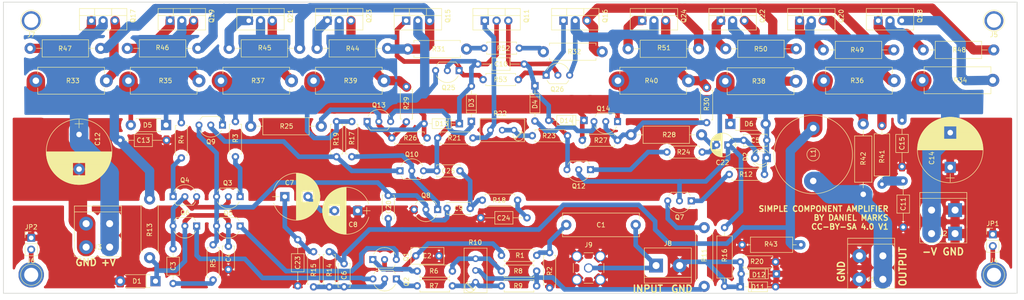
<source format=kicad_pcb>
(kicad_pcb (version 4) (host pcbnew 4.0.7)
  (layers (0 F.Cu signal) (31 B.Cu signal) (34 B.Paste user) (35 F.Paste user) (36 B.SilkS user) (37 F.SilkS user) (38 B.Mask user) (39 F.Mask user) (44 Edge.Cuts user))
  (net 0 "")
  (net 1 "Net-(C1-Pad1)")
  (net 2 INPUT)
  (net 3 GND)
  (net 4 "Net-(C2-Pad2)")
  (net 5 "Net-(C3-Pad1)")
  (net 6 "Net-(C3-Pad2)")
  (net 7 "Net-(C4-Pad2)")
  (net 8 "Net-(C6-Pad1)")
  (net 9 OUTPUT)
  (net 10 "Net-(C7-Pad2)")
  (net 11 "Net-(D3-Pad1)")
  (net 12 "Net-(D4-Pad2)")
  (net 13 "Net-(Q1-Pad3)")
  (net 14 "Net-(Q1-Pad1)")
  (net 15 "Net-(Q2-Pad3)")
  (net 16 "Net-(Q2-Pad1)")
  (net 17 "Net-(Q7-Pad3)")
  (net 18 "Net-(Q7-Pad1)")
  (net 19 "Net-(Q10-Pad1)")
  (net 20 "Net-(Q13-Pad2)")
  (net 21 "Net-(Q14-Pad2)")
  (net 22 "Net-(Q17-Pad3)")
  (net 23 "Net-(Q18-Pad3)")
  (net 24 "Net-(Q19-Pad3)")
  (net 25 "Net-(Q20-Pad3)")
  (net 26 "Net-(Q21-Pad3)")
  (net 27 "Net-(Q22-Pad3)")
  (net 28 "Net-(Q23-Pad3)")
  (net 29 "Net-(Q24-Pad3)")
  (net 30 "Net-(R10-Pad3)")
  (net 31 "Net-(R10-Pad1)")
  (net 32 "Net-(R10-Pad2)")
  (net 33 "Net-(R22-Pad1)")
  (net 34 "Net-(Q11-Pad1)")
  (net 35 "Net-(Q15-Pad3)")
  (net 36 "Net-(Q16-Pad3)")
  (net 37 "Net-(C11-Pad2)")
  (net 38 "Net-(Q3-Pad1)")
  (net 39 "Net-(Q4-Pad1)")
  (net 40 "Net-(C22-Pad1)")
  (net 41 "Net-(C23-Pad2)")
  (net 42 "Net-(C25-Pad1)")
  (net 43 "Net-(C24-Pad1)")
  (net 44 "Net-(J4-Pad1)")
  (net 45 "Net-(J6-Pad1)")
  (net 46 "Net-(C20-Pad2)")
  (net 47 "Net-(C20-Pad1)")
  (net 48 GNDS)
  (net 49 "Net-(Q17-Pad1)")
  (net 50 "Net-(Q18-Pad1)")
  (net 51 "Net-(Q19-Pad1)")
  (net 52 "Net-(Q20-Pad1)")
  (net 53 "Net-(Q21-Pad1)")
  (net 54 "Net-(Q22-Pad1)")
  (net 55 "Net-(Q23-Pad1)")
  (net 56 "Net-(Q24-Pad1)")
  (net 57 BIAS2)
  (net 58 BIAS1)
  (net 59 -40V)
  (net 60 +40V)
  (net 61 "Net-(J5-Pad1)")
  (net 62 "Net-(J7-Pad1)")
  (net 63 "Net-(Q10-Pad2)")
  (net 64 "Net-(Q12-Pad1)")
  (net 65 "Net-(Q15-Pad1)")
  (net 66 "Net-(Q16-Pad1)")
  (net 67 "Net-(R31-Pad1)")
  (net 68 "Net-(R32-Pad2)")
  (module Capacitors_THT:C_Disc_D5.0mm_W2.5mm_P5.00mm (layer F.Cu) (at 120.142 84.836 270)
    (fp_text reference C20 (at 2.5 -0.075001 270) (layer F.SilkS))
    (fp_text value NC)
    (pad 1 thru_hole circle (at 0 0 270) (size 1.6 1.6) (drill 0.8) (layers *.Cu *.Mask) (net 47 "Net-(C20-Pad1)"))
    (pad 2 thru_hole circle (at 5 0 270) (size 1.6 1.6) (drill 0.8) (layers *.Cu *.Mask) (net 46 "Net-(C20-Pad2)"))
  )
  (module Resistors_THT:R_Axial_DIN0207_L6.3mm_D2.5mm_P7.62mm_Horizontal (layer F.Cu) (at 138.43 72.39 180)
    (fp_text reference R21 (at 4 0 180) (layer F.SilkS))
    (fp_text value 3k3)
    (pad 1 thru_hole circle (at 0 0 180) (size 1.6 1.6) (drill 0.8) (layers *.Cu *.Mask) (net 34 "Net-(Q11-Pad1)"))
    (pad 2 thru_hole oval (at 7.62 0 180) (size 1.6 1.6) (drill 0.8) (layers *.Cu *.Mask) (net 58 BIAS1))
  )
  (module Resistors_THT:R_Axial_DIN0411_L9.9mm_D3.6mm_P12.70mm_Horizontal (layer F.Cu) (at 166.35 53.725 180)
    (fp_text reference R32 (at 6 0 180) (layer F.SilkS))
    (fp_text value 33R)
    (pad 1 thru_hole circle (at 0 0 180) (size 2.4 2.4) (drill 1.2) (layers *.Cu *.Mask) (net 36 "Net-(Q16-Pad3)"))
    (pad 2 thru_hole oval (at 12.7 0 180) (size 2.4 2.4) (drill 1.2) (layers *.Cu *.Mask) (net 68 "Net-(R32-Pad2)"))
  )
  (module TO_SOT_Packages_THT:TO-92_Inline_Wide (layer F.Cu) (at 88.138 91.44 180)
    (fp_text reference Q5 (at 2.6 2.8 360) (layer F.SilkS))
    (fp_text value 2N5551)
    (pad 2 thru_hole circle (at 2.54 0 270) (size 1.52 1.52) (drill 0.8) (layers *.Cu *.Mask) (net 7 "Net-(C4-Pad2)"))
    (pad 3 thru_hole circle (at 5.08 0 270) (size 1.52 1.52) (drill 0.8) (layers *.Cu *.Mask) (net 47 "Net-(C20-Pad1)"))
    (pad 1 thru_hole rect (at 0 0 270) (size 1.52 1.52) (drill 0.8) (layers *.Cu *.Mask) (net 13 "Net-(Q1-Pad3)"))
  )
  (module Capacitors_THT:C_Axial_L3.8mm_D2.6mm_P7.50mm_Horizontal (layer F.Cu) (at 73.66 103.886 90)
    (fp_text reference C3 (at 3.75 0.01 90) (layer F.SilkS))
    (fp_text value "150 pF")
    (pad 1 thru_hole circle (at 0 0 90) (size 1.6 1.6) (drill 0.8) (layers *.Cu *.Mask) (net 5 "Net-(C3-Pad1)"))
    (pad 2 thru_hole oval (at 7.5 0 90) (size 1.6 1.6) (drill 0.8) (layers *.Cu *.Mask) (net 6 "Net-(C3-Pad2)"))
  )
  (module Resistors_THT:R_Axial_DIN0411_L9.9mm_D3.6mm_P15.24mm_Horizontal (layer F.Cu) (at 187.198 53.086 180)
    (fp_text reference R51 (at 7.5 0.2 180) (layer F.SilkS))
    (fp_text value 1R)
    (pad 1 thru_hole circle (at 0 0 180) (size 2.4 2.4) (drill 1.2) (layers *.Cu *.Mask) (net 36 "Net-(Q16-Pad3)"))
    (pad 2 thru_hole oval (at 15.24 0 180) (size 2.4 2.4) (drill 1.2) (layers *.Cu *.Mask) (net 56 "Net-(Q24-Pad1)"))
  )
  (module TO_SOT_Packages_THT:TO-92_Inline_Wide (layer F.Cu) (at 185.6 86 180)
    (fp_text reference Q7 (at 2.54 -3.56 360) (layer F.SilkS))
    (fp_text value 2N5551)
    (pad 2 thru_hole circle (at 2.54 0 270) (size 1.52 1.52) (drill 0.8) (layers *.Cu *.Mask) (net 40 "Net-(C22-Pad1)"))
    (pad 3 thru_hole circle (at 5.08 0 270) (size 1.52 1.52) (drill 0.8) (layers *.Cu *.Mask) (net 17 "Net-(Q7-Pad3)"))
    (pad 1 thru_hole rect (at 0 0 270) (size 1.52 1.52) (drill 0.8) (layers *.Cu *.Mask) (net 18 "Net-(Q7-Pad1)"))
  )
  (module TO_SOT_Packages_THT:TO-92_Inline_Wide (layer F.Cu) (at 73.66 85.09)
    (fp_text reference Q4 (at 2.54 -3.56 180) (layer F.SilkS))
    (fp_text value 2N5401)
    (pad 2 thru_hole circle (at 2.54 0 90) (size 1.52 1.52) (drill 0.8) (layers *.Cu *.Mask) (net 6 "Net-(C3-Pad2)"))
    (pad 3 thru_hole circle (at 5.08 0 90) (size 1.52 1.52) (drill 0.8) (layers *.Cu *.Mask) (net 6 "Net-(C3-Pad2)"))
    (pad 1 thru_hole rect (at 0 0 90) (size 1.52 1.52) (drill 0.8) (layers *.Cu *.Mask) (net 39 "Net-(Q4-Pad1)"))
  )
  (module Diodes_THT:D_DO-41_SOD81_P7.62mm_Horizontal (layer F.Cu) (at 194.056 69.342)
    (fp_text reference D6 (at 4 0) (layer F.SilkS))
    (fp_text value 1N4007)
    (pad 1 thru_hole rect (at 0 0) (size 2.2 2.2) (drill 1.1) (layers *.Cu *.Mask) (net 46 "Net-(C20-Pad2)"))
    (pad 2 thru_hole oval (at 7.62 0) (size 2.2 2.2) (drill 1.1) (layers *.Cu *.Mask) (net 59 -40V))
  )
  (module Capacitors_THT:CP_Radial_D14.0mm_P7.50mm (layer F.Cu) (at 53.34 71.628 270)
    (fp_text reference C12 (at 1 -4 270) (layer F.SilkS))
    (fp_text value "100 uF")
    (pad 1 thru_hole rect (at 0 0 270) (size 2.4 2.4) (drill 1.2) (layers *.Cu *.Mask) (net 60 +40V))
    (pad 2 thru_hole circle (at 7.5 0 270) (size 2.4 2.4) (drill 1.2) (layers *.Cu *.Mask) (net 3 GND))
  )
  (module Connectors:SMA_THT_Jack_Straight (layer F.Cu) (at 163.42 100.53)
    (fp_text reference J9 (at 0 -5) (layer F.SilkS))
    (fp_text value Conn_Coaxial)
    (pad 2 thru_hole circle (at -2.54 2.54) (size 2.2 2.2) (drill 1.7) (layers *.Cu *.Mask) (net 48 GNDS))
    (pad 2 thru_hole circle (at -2.54 -2.54) (size 2.2 2.2) (drill 1.7) (layers *.Cu *.Mask) (net 48 GNDS))
    (pad 2 thru_hole circle (at 2.54 -2.54) (size 2.2 2.2) (drill 1.7) (layers *.Cu *.Mask) (net 48 GNDS))
    (pad 2 thru_hole circle (at 2.54 2.54) (size 2.2 2.2) (drill 1.7) (layers *.Cu *.Mask) (net 48 GNDS))
    (pad 1 thru_hole circle (at 0 0) (size 2 2) (drill 1.5) (layers *.Cu *.Mask) (net 2 INPUT))
  )
  (module Capacitors_THT:CP_Radial_D5.0mm_P2.50mm (layer F.Cu) (at 193.548 73.914 180)
    (fp_text reference C22 (at 1.2 -3.8 180) (layer F.SilkS))
    (fp_text value "47 uF")
    (pad 1 thru_hole rect (at 0 0 180) (size 1.6 1.6) (drill 0.8) (layers *.Cu *.Mask) (net 40 "Net-(C22-Pad1)"))
    (pad 2 thru_hole circle (at 2.5 0 180) (size 1.6 1.6) (drill 0.8) (layers *.Cu *.Mask) (net 59 -40V))
  )
  (module TO_SOT_Packages_THT:TO-92_Inline_Wide (layer F.Cu) (at 116.8 98.7)
    (fp_text reference Q1 (at 7.2 -0.6 270) (layer F.SilkS))
    (fp_text value 2N5551)
    (pad 2 thru_hole circle (at 2.54 0 90) (size 1.52 1.52) (drill 0.8) (layers *.Cu *.Mask) (net 4 "Net-(C2-Pad2)"))
    (pad 3 thru_hole circle (at 5.08 0 90) (size 1.52 1.52) (drill 0.8) (layers *.Cu *.Mask) (net 13 "Net-(Q1-Pad3)"))
    (pad 1 thru_hole rect (at 0 0 90) (size 1.52 1.52) (drill 0.8) (layers *.Cu *.Mask) (net 14 "Net-(Q1-Pad1)"))
  )
  (module Resistors_THT:R_Axial_DIN0207_L6.3mm_D2.5mm_P7.62mm_Horizontal (layer F.Cu) (at 162.052 72.898)
    (fp_text reference R27 (at 4 0) (layer F.SilkS))
    (fp_text value 33R)
    (pad 1 thru_hole circle (at 0 0) (size 1.6 1.6) (drill 0.8) (layers *.Cu *.Mask) (net 46 "Net-(C20-Pad2)"))
    (pad 2 thru_hole oval (at 7.62 0) (size 1.6 1.6) (drill 0.8) (layers *.Cu *.Mask) (net 21 "Net-(Q14-Pad2)"))
  )
  (module Capacitors_THT:C_Disc_D5.0mm_W2.5mm_P5.00mm (layer F.Cu) (at 85.598 100.838 90)
    (fp_text reference C4 (at 2.5 0 90) (layer F.SilkS))
    (fp_text value "0.1 uF")
    (pad 1 thru_hole circle (at 0 0 90) (size 1.6 1.6) (drill 0.8) (layers *.Cu *.Mask) (net 48 GNDS))
    (pad 2 thru_hole circle (at 5 0 90) (size 1.6 1.6) (drill 0.8) (layers *.Cu *.Mask) (net 7 "Net-(C4-Pad2)"))
  )
  (module Capacitors_THT:C_Disc_D5.0mm_W2.5mm_P5.00mm (layer F.Cu) (at 201.93 72.898 180)
    (fp_text reference C5 (at 2.5 0 180) (layer F.SilkS))
    (fp_text value "0.1 uF")
    (pad 1 thru_hole circle (at 0 0 180) (size 1.6 1.6) (drill 0.8) (layers *.Cu *.Mask) (net 59 -40V))
    (pad 2 thru_hole circle (at 5 0 180) (size 1.6 1.6) (drill 0.8) (layers *.Cu *.Mask) (net 40 "Net-(C22-Pad1)"))
  )
  (module Capacitors_THT:C_Disc_D5.0mm_W2.5mm_P5.00mm (layer F.Cu) (at 110.6 104.6 90)
    (fp_text reference C6 (at 2.5 0 90) (layer F.SilkS))
    (fp_text value NC)
    (pad 1 thru_hole circle (at 0 0 90) (size 1.6 1.6) (drill 0.8) (layers *.Cu *.Mask) (net 8 "Net-(C6-Pad1)"))
    (pad 2 thru_hole circle (at 5 0 90) (size 1.6 1.6) (drill 0.8) (layers *.Cu *.Mask) (net 46 "Net-(C20-Pad2)"))
  )
  (module Capacitors_THT:CP_Radial_D10.0mm_P5.00mm (layer F.Cu) (at 97.79 85.09)
    (fp_text reference C7 (at 1 -3) (layer F.SilkS))
    (fp_text value "1000 uF")
    (pad 1 thru_hole rect (at 0 0) (size 2 2) (drill 1) (layers *.Cu *.Mask) (net 41 "Net-(C23-Pad2)"))
    (pad 2 thru_hole circle (at 5 0) (size 2 2) (drill 1) (layers *.Cu *.Mask) (net 10 "Net-(C7-Pad2)"))
  )
  (module Capacitors_THT:CP_Radial_D10.0mm_P5.00mm (layer F.Cu) (at 113.538 88.138 180)
    (fp_text reference C8 (at 1 -3 180) (layer F.SilkS))
    (fp_text value "1000 uF")
    (pad 1 thru_hole rect (at 0 0 180) (size 2 2) (drill 1) (layers *.Cu *.Mask) (net 48 GNDS))
    (pad 2 thru_hole circle (at 5 0 180) (size 2 2) (drill 1) (layers *.Cu *.Mask) (net 10 "Net-(C7-Pad2)"))
  )
  (module Capacitors_THT:C_Disc_D5.0mm_W2.5mm_P5.00mm (layer F.Cu) (at 132.842 87.63)
    (fp_text reference C9 (at 2.5 0) (layer F.SilkS))
    (fp_text value "150 pF")
    (pad 1 thru_hole circle (at 0 0) (size 1.6 1.6) (drill 0.8) (layers *.Cu *.Mask) (net 47 "Net-(C20-Pad1)"))
    (pad 2 thru_hole circle (at 5 0) (size 1.6 1.6) (drill 0.8) (layers *.Cu *.Mask) (net 42 "Net-(C25-Pad1)"))
  )
  (module Capacitors_THT:C_Axial_L3.8mm_D2.6mm_P10.00mm_Horizontal (layer F.Cu) (at 149.5 56.4 180)
    (fp_text reference C10 (at 5 0 180) (layer F.SilkS))
    (fp_text value "0.1 uF")
    (pad 1 thru_hole circle (at 0 0 180) (size 1.6 1.6) (drill 0.8) (layers *.Cu *.Mask) (net 57 BIAS2))
    (pad 2 thru_hole oval (at 10 0 180) (size 1.6 1.6) (drill 0.8) (layers *.Cu *.Mask) (net 58 BIAS1))
  )
  (module Capacitors_THT:C_Axial_L3.8mm_D2.6mm_P10.00mm_Horizontal (layer F.Cu) (at 231.394 91.694 90)
    (fp_text reference C11 (at 5 0 90) (layer F.SilkS))
    (fp_text value "0.1 uF")
    (pad 1 thru_hole circle (at 0 0 90) (size 1.6 1.6) (drill 0.8) (layers *.Cu *.Mask) (net 3 GND))
    (pad 2 thru_hole oval (at 10 0 90) (size 1.6 1.6) (drill 0.8) (layers *.Cu *.Mask) (net 37 "Net-(C11-Pad2)"))
  )
  (module Capacitors_THT:C_Axial_L3.8mm_D2.6mm_P10.00mm_Horizontal (layer F.Cu) (at 62.23 72.898)
    (fp_text reference C13 (at 5 0) (layer F.SilkS))
    (fp_text value "0.1 uF")
    (pad 1 thru_hole circle (at 0 0) (size 1.6 1.6) (drill 0.8) (layers *.Cu *.Mask) (net 60 +40V))
    (pad 2 thru_hole oval (at 10 0) (size 1.6 1.6) (drill 0.8) (layers *.Cu *.Mask) (net 3 GND))
  )
  (module Capacitors_THT:CP_Radial_D14.0mm_P7.50mm (layer F.Cu) (at 241.554 78.74 90)
    (fp_text reference C14 (at 2 -4 90) (layer F.SilkS))
    (fp_text value "100 uF")
    (pad 1 thru_hole rect (at 0 0 90) (size 2.4 2.4) (drill 1.2) (layers *.Cu *.Mask) (net 3 GND))
    (pad 2 thru_hole circle (at 7.5 0 90) (size 2.4 2.4) (drill 1.2) (layers *.Cu *.Mask) (net 59 -40V))
  )
  (module Capacitors_THT:C_Axial_L3.8mm_D2.6mm_P10.00mm_Horizontal (layer F.Cu) (at 231.14 68.58 270)
    (fp_text reference C15 (at 5 0 270) (layer F.SilkS))
    (fp_text value "0.1 uF")
    (pad 1 thru_hole circle (at 0 0 270) (size 1.6 1.6) (drill 0.8) (layers *.Cu *.Mask) (net 59 -40V))
    (pad 2 thru_hole oval (at 10 0 270) (size 1.6 1.6) (drill 0.8) (layers *.Cu *.Mask) (net 3 GND))
  )
  (module Diodes_THT:D_DO-41_SOD81_P7.62mm_Horizontal (layer F.Cu) (at 69.85 103.378 180)
    (fp_text reference D1 (at 4 0 180) (layer F.SilkS))
    (fp_text value 1N4752A)
    (pad 1 thru_hole rect (at 0 0 180) (size 2.2 2.2) (drill 1.1) (layers *.Cu *.Mask) (net 7 "Net-(C4-Pad2)"))
    (pad 2 thru_hole oval (at 7.62 0 180) (size 2.2 2.2) (drill 1.1) (layers *.Cu *.Mask) (net 48 GNDS))
  )
  (module LEDs:LED_D3.0mm (layer F.Cu) (at 201.93 76.708 180)
    (fp_text reference D2 (at 4.572 0.254 270) (layer F.SilkS))
    (fp_text value "RED LED")
    (pad 1 thru_hole rect (at 0 0 180) (size 1.8 1.8) (drill 0.9) (layers *.Cu *.Mask) (net 59 -40V))
    (pad 2 thru_hole circle (at 2.54 0 180) (size 1.8 1.8) (drill 0.9) (layers *.Cu *.Mask) (net 40 "Net-(C22-Pad1)"))
  )
  (module Diodes_THT:D_DO-35_SOD27_P7.62mm_Horizontal (layer F.Cu) (at 138.1 68.8 90)
    (fp_text reference D3 (at 4 0 90) (layer F.SilkS))
    (fp_text value 1N4148)
    (pad 1 thru_hole rect (at 0 0 90) (size 1.6 1.6) (drill 0.8) (layers *.Cu *.Mask) (net 11 "Net-(D3-Pad1)"))
    (pad 2 thru_hole oval (at 7.62 0 90) (size 1.6 1.6) (drill 0.8) (layers *.Cu *.Mask) (net 58 BIAS1))
  )
  (module Diodes_THT:D_DO-35_SOD27_P7.62mm_Horizontal (layer F.Cu) (at 151.825 61.1 270)
    (fp_text reference D4 (at 4 0 270) (layer F.SilkS))
    (fp_text value 1N4148)
    (pad 1 thru_hole rect (at 0 0 270) (size 1.6 1.6) (drill 0.8) (layers *.Cu *.Mask) (net 57 BIAS2))
    (pad 2 thru_hole oval (at 7.62 0 270) (size 1.6 1.6) (drill 0.8) (layers *.Cu *.Mask) (net 12 "Net-(D4-Pad2)"))
  )
  (module Diodes_THT:D_DO-41_SOD81_P7.62mm_Horizontal (layer F.Cu) (at 72.136 69.596 180)
    (fp_text reference D5 (at 4 0 180) (layer F.SilkS))
    (fp_text value 1N4007)
    (pad 1 thru_hole rect (at 0 0 180) (size 2.2 2.2) (drill 1.1) (layers *.Cu *.Mask) (net 60 +40V))
    (pad 2 thru_hole oval (at 7.62 0 180) (size 2.2 2.2) (drill 1.1) (layers *.Cu *.Mask) (net 46 "Net-(C20-Pad2)"))
  )
  (module Resistors_THT:R_Axial_DIN0207_L6.3mm_D2.5mm_P7.62mm_Horizontal (layer F.Cu) (at 144.6 97.8)
    (fp_text reference R1 (at 4 0) (layer F.SilkS))
    (fp_text value 1k)
    (pad 1 thru_hole circle (at 0 0) (size 1.6 1.6) (drill 0.8) (layers *.Cu *.Mask) (net 4 "Net-(C2-Pad2)"))
    (pad 2 thru_hole oval (at 7.62 0) (size 1.6 1.6) (drill 0.8) (layers *.Cu *.Mask) (net 1 "Net-(C1-Pad1)"))
  )
  (module Resistors_THT:R_Axial_DIN0207_L6.3mm_D2.5mm_P7.62mm_Horizontal (layer F.Cu) (at 155 97.2 270)
    (fp_text reference R2 (at 4 0 270) (layer F.SilkS))
    (fp_text value 10k)
    (pad 1 thru_hole circle (at 0 0 270) (size 1.6 1.6) (drill 0.8) (layers *.Cu *.Mask) (net 1 "Net-(C1-Pad1)"))
    (pad 2 thru_hole oval (at 7.62 0 270) (size 1.6 1.6) (drill 0.8) (layers *.Cu *.Mask) (net 48 GNDS))
  )
  (module Resistors_THT:R_Axial_DIN0207_L6.3mm_D2.5mm_P7.62mm_Horizontal (layer F.Cu) (at 87.122 76.454 90)
    (fp_text reference R3 (at 4 0 90) (layer F.SilkS))
    (fp_text value 180R)
    (pad 1 thru_hole circle (at 0 0 90) (size 1.6 1.6) (drill 0.8) (layers *.Cu *.Mask) (net 38 "Net-(Q3-Pad1)"))
    (pad 2 thru_hole oval (at 7.62 0 90) (size 1.6 1.6) (drill 0.8) (layers *.Cu *.Mask) (net 60 +40V))
  )
  (module Resistors_THT:R_Axial_DIN0207_L6.3mm_D2.5mm_P7.62mm_Horizontal (layer F.Cu) (at 75.438 76.708 90)
    (fp_text reference R4 (at 4 0 90) (layer F.SilkS))
    (fp_text value 180R)
    (pad 1 thru_hole circle (at 0 0 90) (size 1.6 1.6) (drill 0.8) (layers *.Cu *.Mask) (net 39 "Net-(Q4-Pad1)"))
    (pad 2 thru_hole oval (at 7.62 0 90) (size 1.6 1.6) (drill 0.8) (layers *.Cu *.Mask) (net 60 +40V))
  )
  (module Resistors_THT:R_Axial_DIN0207_L6.3mm_D2.5mm_P7.62mm_Horizontal (layer F.Cu) (at 82.296 95.504 270)
    (fp_text reference R5 (at 4 0 270) (layer F.SilkS))
    (fp_text value 1k)
    (pad 1 thru_hole circle (at 0 0 270) (size 1.6 1.6) (drill 0.8) (layers *.Cu *.Mask) (net 47 "Net-(C20-Pad1)"))
    (pad 2 thru_hole oval (at 7.62 0 270) (size 1.6 1.6) (drill 0.8) (layers *.Cu *.Mask) (net 5 "Net-(C3-Pad1)"))
  )
  (module Resistors_THT:R_Axial_DIN0207_L6.3mm_D2.5mm_P7.62mm_Horizontal (layer F.Cu) (at 134 101.2 180)
    (fp_text reference R6 (at 4 0 180) (layer F.SilkS))
    (fp_text value 100R)
    (pad 1 thru_hole circle (at 0 0 180) (size 1.6 1.6) (drill 0.8) (layers *.Cu *.Mask) (net 30 "Net-(R10-Pad3)"))
    (pad 2 thru_hole oval (at 7.62 0 180) (size 1.6 1.6) (drill 0.8) (layers *.Cu *.Mask) (net 14 "Net-(Q1-Pad1)"))
  )
  (module Resistors_THT:R_Axial_DIN0207_L6.3mm_D2.5mm_P7.62mm_Horizontal (layer F.Cu) (at 134 104.4 180)
    (fp_text reference R7 (at 4 0 180) (layer F.SilkS))
    (fp_text value 100R)
    (pad 1 thru_hole circle (at 0 0 180) (size 1.6 1.6) (drill 0.8) (layers *.Cu *.Mask) (net 31 "Net-(R10-Pad1)"))
    (pad 2 thru_hole oval (at 7.62 0 180) (size 1.6 1.6) (drill 0.8) (layers *.Cu *.Mask) (net 16 "Net-(Q2-Pad1)"))
  )
  (module Resistors_THT:R_Axial_DIN0207_L6.3mm_D2.5mm_P7.62mm_Horizontal (layer F.Cu) (at 152.2 101.2 180)
    (fp_text reference R8 (at 4 0 180) (layer F.SilkS))
    (fp_text value 56R)
    (pad 1 thru_hole circle (at 0 0 180) (size 1.6 1.6) (drill 0.8) (layers *.Cu *.Mask) (net 32 "Net-(R10-Pad2)"))
    (pad 2 thru_hole oval (at 7.62 0 180) (size 1.6 1.6) (drill 0.8) (layers *.Cu *.Mask) (net 30 "Net-(R10-Pad3)"))
  )
  (module Resistors_THT:R_Axial_DIN0207_L6.3mm_D2.5mm_P7.62mm_Horizontal (layer F.Cu) (at 152.2 104.4 180)
    (fp_text reference R9 (at 4 0 180) (layer F.SilkS))
    (fp_text value 56R)
    (pad 1 thru_hole circle (at 0 0 180) (size 1.6 1.6) (drill 0.8) (layers *.Cu *.Mask) (net 32 "Net-(R10-Pad2)"))
    (pad 2 thru_hole oval (at 7.62 0 180) (size 1.6 1.6) (drill 0.8) (layers *.Cu *.Mask) (net 31 "Net-(R10-Pad1)"))
  )
  (module Potentiometers:Potentiometer_Trimmer_Bourns_3296W (layer F.Cu) (at 139 103.6 270)
    (fp_text reference R10 (at -8.604 0.062 360) (layer F.SilkS))
    (fp_text value 100R)
    (pad 1 thru_hole circle (at 0 0 270) (size 1.44 1.44) (drill 0.8) (layers *.Cu *.Mask) (net 31 "Net-(R10-Pad1)"))
    (pad 2 thru_hole circle (at -2.54 0 270) (size 1.44 1.44) (drill 0.8) (layers *.Cu *.Mask) (net 32 "Net-(R10-Pad2)"))
    (pad 3 thru_hole circle (at -5.08 0 270) (size 1.44 1.44) (drill 0.8) (layers *.Cu *.Mask) (net 30 "Net-(R10-Pad3)"))
  )
  (module Resistors_THT:R_Axial_DIN0411_L9.9mm_D3.6mm_P12.70mm_Horizontal (layer F.Cu) (at 188.4 91.8 270)
    (fp_text reference R11 (at 6 0 270) (layer F.SilkS))
    (fp_text value 6k8)
    (pad 1 thru_hole circle (at 0 0 270) (size 2.4 2.4) (drill 1.2) (layers *.Cu *.Mask) (net 17 "Net-(Q7-Pad3)"))
    (pad 2 thru_hole oval (at 12.7 0 270) (size 2.4 2.4) (drill 1.2) (layers *.Cu *.Mask) (net 32 "Net-(R10-Pad2)"))
  )
  (module Resistors_THT:R_Axial_DIN0207_L6.3mm_D2.5mm_P7.62mm_Horizontal (layer F.Cu) (at 201.422 80.264 180)
    (fp_text reference R12 (at 4 0 180) (layer F.SilkS))
    (fp_text value 200R)
    (pad 1 thru_hole circle (at 0 0 180) (size 1.6 1.6) (drill 0.8) (layers *.Cu *.Mask) (net 59 -40V))
    (pad 2 thru_hole oval (at 7.62 0 180) (size 1.6 1.6) (drill 0.8) (layers *.Cu *.Mask) (net 18 "Net-(Q7-Pad1)"))
  )
  (module Resistors_THT:R_Axial_DIN0411_L9.9mm_D3.6mm_P12.70mm_Horizontal (layer F.Cu) (at 68.58 98.298 90)
    (fp_text reference R13 (at 6 0 90) (layer F.SilkS))
    (fp_text value 5k6)
    (pad 1 thru_hole circle (at 0 0 90) (size 2.4 2.4) (drill 1.2) (layers *.Cu *.Mask) (net 7 "Net-(C4-Pad2)"))
    (pad 2 thru_hole oval (at 12.7 0 90) (size 2.4 2.4) (drill 1.2) (layers *.Cu *.Mask) (net 60 +40V))
  )
  (module Resistors_THT:R_Axial_DIN0207_L6.3mm_D2.5mm_P7.62mm_Horizontal (layer F.Cu) (at 107.4 97 270)
    (fp_text reference R14 (at 4 0 270) (layer F.SilkS))
    (fp_text value 6k8)
    (pad 1 thru_hole circle (at 0 0 270) (size 1.6 1.6) (drill 0.8) (layers *.Cu *.Mask) (net 46 "Net-(C20-Pad2)"))
    (pad 2 thru_hole oval (at 7.62 0 270) (size 1.6 1.6) (drill 0.8) (layers *.Cu *.Mask) (net 8 "Net-(C6-Pad1)"))
  )
  (module Resistors_THT:R_Axial_DIN0207_L6.3mm_D2.5mm_P7.62mm_Horizontal (layer F.Cu) (at 104 97 270)
    (fp_text reference R15 (at 4 0 270) (layer F.SilkS))
    (fp_text value 330R)
    (pad 1 thru_hole circle (at 0 0 270) (size 1.6 1.6) (drill 0.8) (layers *.Cu *.Mask) (net 41 "Net-(C23-Pad2)"))
    (pad 2 thru_hole oval (at 7.62 0 270) (size 1.6 1.6) (drill 0.8) (layers *.Cu *.Mask) (net 8 "Net-(C6-Pad1)"))
  )
  (module Resistors_THT:R_Axial_DIN0309_L9.0mm_D3.2mm_P12.70mm_Horizontal (layer F.Cu) (at 192.8 91.8 270)
    (fp_text reference R16 (at 6 0 270) (layer F.SilkS))
    (fp_text value 6k8)
    (pad 1 thru_hole circle (at 0 0 270) (size 1.6 1.6) (drill 0.8) (layers *.Cu *.Mask) (net 40 "Net-(C22-Pad1)"))
    (pad 2 thru_hole oval (at 12.7 0 270) (size 1.6 1.6) (drill 0.8) (layers *.Cu *.Mask) (net 48 GNDS))
  )
  (module Resistors_THT:R_Axial_DIN0207_L6.3mm_D2.5mm_P7.62mm_Horizontal (layer F.Cu) (at 112.268 76.454 90)
    (fp_text reference R17 (at 4 0 90) (layer F.SilkS))
    (fp_text value 1k)
    (pad 1 thru_hole circle (at 0 0 90) (size 1.6 1.6) (drill 0.8) (layers *.Cu *.Mask) (net 63 "Net-(Q10-Pad2)"))
    (pad 2 thru_hole oval (at 7.62 0 90) (size 1.6 1.6) (drill 0.8) (layers *.Cu *.Mask) (net 60 +40V))
  )
  (module Potentiometers:Potentiometer_Trimmer_Bourns_3296W (layer F.Cu) (at 147.3 70.7)
    (fp_text reference R22 (at -3 -3.6 180) (layer F.SilkS))
    (fp_text value 200R)
    (pad 1 thru_hole circle (at 0 0) (size 1.44 1.44) (drill 0.8) (layers *.Cu *.Mask) (net 33 "Net-(R22-Pad1)"))
    (pad 2 thru_hole circle (at -2.54 0) (size 1.44 1.44) (drill 0.8) (layers *.Cu *.Mask) (net 33 "Net-(R22-Pad1)"))
    (pad 3 thru_hole circle (at -5.08 0) (size 1.44 1.44) (drill 0.8) (layers *.Cu *.Mask) (net 34 "Net-(Q11-Pad1)"))
  )
  (module Resistors_THT:R_Axial_DIN0207_L6.3mm_D2.5mm_P7.62mm_Horizontal (layer F.Cu) (at 158.875 71.9 180)
    (fp_text reference R23 (at 4 0 180) (layer F.SilkS))
    (fp_text value 330R)
    (pad 1 thru_hole circle (at 0 0 180) (size 1.6 1.6) (drill 0.8) (layers *.Cu *.Mask) (net 57 BIAS2))
    (pad 2 thru_hole oval (at 7.62 0 180) (size 1.6 1.6) (drill 0.8) (layers *.Cu *.Mask) (net 33 "Net-(R22-Pad1)"))
  )
  (module Resistors_THT:R_Axial_DIN0207_L6.3mm_D2.5mm_P7.62mm_Horizontal (layer F.Cu) (at 187.96 75.438 180)
    (fp_text reference R24 (at 4 0 180) (layer F.SilkS))
    (fp_text value 680R)
    (pad 1 thru_hole circle (at 0 0 180) (size 1.6 1.6) (drill 0.8) (layers *.Cu *.Mask) (net 59 -40V))
    (pad 2 thru_hole oval (at 7.62 0 180) (size 1.6 1.6) (drill 0.8) (layers *.Cu *.Mask) (net 64 "Net-(Q12-Pad1)"))
  )
  (module Resistors_THT:R_Axial_DIN0207_L6.3mm_D2.5mm_P7.62mm_Horizontal (layer F.Cu) (at 120.904 72.39)
    (fp_text reference R26 (at 4 0) (layer F.SilkS))
    (fp_text value 33R)
    (pad 1 thru_hole circle (at 0 0) (size 1.6 1.6) (drill 0.8) (layers *.Cu *.Mask) (net 20 "Net-(Q13-Pad2)"))
    (pad 2 thru_hole oval (at 7.62 0) (size 1.6 1.6) (drill 0.8) (layers *.Cu *.Mask) (net 46 "Net-(C20-Pad2)"))
  )
  (module Resistors_THT:R_Axial_DIN0411_L9.9mm_D3.6mm_P15.24mm_Horizontal (layer F.Cu) (at 187.825 71.7 180)
    (fp_text reference R28 (at 7 0 180) (layer F.SilkS))
    (fp_text value 6k8)
    (pad 1 thru_hole circle (at 0 0 180) (size 2.4 2.4) (drill 1.2) (layers *.Cu *.Mask) (net 59 -40V))
    (pad 2 thru_hole oval (at 15.24 0 180) (size 2.4 2.4) (drill 1.2) (layers *.Cu *.Mask) (net 21 "Net-(Q14-Pad2)"))
  )
  (module Resistors_THT:R_Axial_DIN0207_L6.3mm_D2.5mm_P7.62mm_Horizontal (layer F.Cu) (at 124.05 68.9 90)
    (fp_text reference R29 (at 4 0 90) (layer F.SilkS))
    (fp_text value 120R)
    (pad 1 thru_hole circle (at 0 0 90) (size 1.6 1.6) (drill 0.8) (layers *.Cu *.Mask) (net 20 "Net-(Q13-Pad2)"))
    (pad 2 thru_hole oval (at 7.62 0 90) (size 1.6 1.6) (drill 0.8) (layers *.Cu *.Mask) (net 28 "Net-(Q23-Pad3)"))
  )
  (module Resistors_THT:R_Axial_DIN0207_L6.3mm_D2.5mm_P7.62mm_Horizontal (layer F.Cu) (at 188.925 69.075 90)
    (fp_text reference R30 (at 4 0 90) (layer F.SilkS))
    (fp_text value 120R)
    (pad 1 thru_hole circle (at 0 0 90) (size 1.6 1.6) (drill 0.8) (layers *.Cu *.Mask) (net 21 "Net-(Q14-Pad2)"))
    (pad 2 thru_hole oval (at 7.62 0 90) (size 1.6 1.6) (drill 0.8) (layers *.Cu *.Mask) (net 29 "Net-(Q24-Pad3)"))
  )
  (module Resistors_THT:R_Axial_DIN0411_L9.9mm_D3.6mm_P12.70mm_Horizontal (layer F.Cu) (at 137.05 53.15 180)
    (fp_text reference R31 (at 6 0 180) (layer F.SilkS))
    (fp_text value 33R)
    (pad 1 thru_hole circle (at 0 0 180) (size 2.4 2.4) (drill 1.2) (layers *.Cu *.Mask) (net 67 "Net-(R31-Pad1)"))
    (pad 2 thru_hole oval (at 12.7 0 180) (size 2.4 2.4) (drill 1.2) (layers *.Cu *.Mask) (net 35 "Net-(Q15-Pad3)"))
  )
  (module Resistors_THT:R_Axial_DIN0309_L9.0mm_D3.2mm_P12.70mm_Horizontal (layer F.Cu) (at 226.8 82.4 90)
    (fp_text reference R41 (at 6 0 90) (layer F.SilkS))
    (fp_text value 4R7)
    (pad 1 thru_hole circle (at 0 0 90) (size 1.6 1.6) (drill 0.8) (layers *.Cu *.Mask) (net 37 "Net-(C11-Pad2)"))
    (pad 2 thru_hole oval (at 12.7 0 90) (size 1.6 1.6) (drill 0.8) (layers *.Cu *.Mask) (net 46 "Net-(C20-Pad2)"))
  )
  (module Connectors:1pin (layer F.Cu) (at 251 102)
    (fp_text reference J4 (at 0 -3.048) (layer F.SilkS))
    (fp_text value Conn_01x01)
    (pad 1 thru_hole circle (at 0 0) (size 5.5 5.5) (drill 3.048) (layers *.Cu *.Mask) (net 44 "Net-(J4-Pad1)"))
  )
  (module Connectors:1pin (layer F.Cu) (at 251 47 180)
    (fp_text reference J5 (at 0 -3.048 180) (layer F.SilkS))
    (fp_text value Conn_01x01)
    (pad 1 thru_hole circle (at 0 0 180) (size 4.064 4.064) (drill 3.048) (layers *.Cu *.Mask) (net 61 "Net-(J5-Pad1)"))
  )
  (module Connectors:1pin (layer F.Cu) (at 43 102)
    (fp_text reference J6 (at 0 -3.048) (layer F.SilkS))
    (fp_text value Conn_01x01)
    (pad 1 thru_hole circle (at 0 0) (size 5.5 5.5) (drill 3.048) (layers *.Cu *.Mask) (net 45 "Net-(J6-Pad1)"))
  )
  (module Connectors:1pin (layer F.Cu) (at 43 47 180)
    (fp_text reference J7 (at 0 -3.048 180) (layer F.SilkS))
    (fp_text value Conn_01x01)
    (pad 1 thru_hole circle (at 0 0 180) (size 4.064 4.064) (drill 3.048) (layers *.Cu *.Mask) (net 62 "Net-(J7-Pad1)"))
  )
  (module Resistors_THT:R_Axial_DIN0411_L9.9mm_D3.6mm_P15.24mm_Horizontal (layer F.Cu) (at 105.664 69.85 180)
    (fp_text reference R25 (at 7.5 0 180) (layer F.SilkS))
    (fp_text value 6k8)
    (pad 1 thru_hole circle (at 0 0 180) (size 2.4 2.4) (drill 1.2) (layers *.Cu *.Mask) (net 20 "Net-(Q13-Pad2)"))
    (pad 2 thru_hole oval (at 15.24 0 180) (size 2.4 2.4) (drill 1.2) (layers *.Cu *.Mask) (net 60 +40V))
  )
  (module Capacitors_THT:C_Rect_L16.5mm_W5.0mm_P15.00mm_MKT (layer F.Cu) (at 158.6 91.2)
    (fp_text reference C1 (at 7.5 0) (layer F.SilkS))
    (fp_text value "10 uF")
    (pad 1 thru_hole circle (at 0 0) (size 2.2 2.2) (drill 1.1) (layers *.Cu *.Mask) (net 1 "Net-(C1-Pad1)"))
    (pad 2 thru_hole circle (at 15 0) (size 2.2 2.2) (drill 1.1) (layers *.Cu *.Mask) (net 2 INPUT))
  )
  (module TO_SOT_Packages_THT:TO-220-3_Vertical (layer F.Cu) (at 141 47)
    (fp_text reference Q11 (at 9 -1 90) (layer F.SilkS))
    (fp_text value TIP41C)
    (pad 1 thru_hole rect (at 0 0) (size 1.8 1.8) (drill 1) (layers *.Cu *.Mask) (net 34 "Net-(Q11-Pad1)"))
    (pad 2 thru_hole oval (at 2.54 0) (size 1.8 1.8) (drill 1) (layers *.Cu *.Mask) (net 58 BIAS1))
    (pad 3 thru_hole oval (at 5.08 0) (size 1.8 1.8) (drill 1) (layers *.Cu *.Mask) (net 57 BIAS2))
  )
  (module TO_SOT_Packages_THT:TO-220-3_Vertical (layer F.Cu) (at 124 47)
    (fp_text reference Q15 (at 9 -1 90) (layer F.SilkS))
    (fp_text value TIP41C)
    (pad 1 thru_hole rect (at 0 0) (size 1.8 1.8) (drill 1) (layers *.Cu *.Mask) (net 65 "Net-(Q15-Pad1)"))
    (pad 2 thru_hole oval (at 2.54 0) (size 1.8 1.8) (drill 1) (layers *.Cu *.Mask) (net 60 +40V))
    (pad 3 thru_hole oval (at 5.08 0) (size 1.8 1.8) (drill 1) (layers *.Cu *.Mask) (net 35 "Net-(Q15-Pad3)"))
  )
  (module TO_SOT_Packages_THT:TO-220-3_Vertical (layer F.Cu) (at 158 47)
    (fp_text reference Q16 (at 9 -1 90) (layer F.SilkS))
    (fp_text value TIP42C)
    (pad 1 thru_hole rect (at 0 0) (size 1.8 1.8) (drill 1) (layers *.Cu *.Mask) (net 66 "Net-(Q16-Pad1)"))
    (pad 2 thru_hole oval (at 2.54 0) (size 1.8 1.8) (drill 1) (layers *.Cu *.Mask) (net 59 -40V))
    (pad 3 thru_hole oval (at 5.08 0) (size 1.8 1.8) (drill 1) (layers *.Cu *.Mask) (net 36 "Net-(Q16-Pad3)"))
  )
  (module Inductors_THT:L_Radial_D16.8mm_P11.43mm_Vishay_IHB-1 (layer F.Cu) (at 211.95 81.69 90)
    (fp_text reference L1 (at 6 0 90) (layer F.SilkS))
    (fp_text value "1 uH")
    (pad 1 thru_hole circle (at 0 0 90) (size 2.8 2.8) (drill 1.4) (layers *.Cu *.Mask) (net 9 OUTPUT))
    (pad 2 thru_hole circle (at 11.43 0 90) (size 2.8 2.8) (drill 1.4) (layers *.Cu *.Mask) (net 46 "Net-(C20-Pad2)"))
  )
  (module Resistors_THT:R_Axial_DIN0411_L9.9mm_D3.6mm_P15.24mm_Horizontal (layer F.Cu) (at 222.758 69.342 270)
    (fp_text reference R42 (at 7.5 0 270) (layer F.SilkS))
    (fp_text value 4R7)
    (pad 1 thru_hole circle (at 0 0 270) (size 2.4 2.4) (drill 1.2) (layers *.Cu *.Mask) (net 46 "Net-(C20-Pad2)"))
    (pad 2 thru_hole oval (at 15.24 0 270) (size 2.4 2.4) (drill 1.2) (layers *.Cu *.Mask) (net 9 OUTPUT))
  )
  (module TO_SOT_Packages_THT:TO-92_Inline_Wide (layer F.Cu) (at 121.9 102.9 180)
    (fp_text reference Q2 (at -2.2 -0.6 450) (layer F.SilkS))
    (fp_text value 2N5551)
    (pad 2 thru_hole circle (at 2.54 0 270) (size 1.52 1.52) (drill 0.8) (layers *.Cu *.Mask) (net 8 "Net-(C6-Pad1)"))
    (pad 3 thru_hole circle (at 5.08 0 270) (size 1.52 1.52) (drill 0.8) (layers *.Cu *.Mask) (net 15 "Net-(Q2-Pad3)"))
    (pad 1 thru_hole rect (at 0 0 270) (size 1.52 1.52) (drill 0.8) (layers *.Cu *.Mask) (net 16 "Net-(Q2-Pad1)"))
  )
  (module TO_SOT_Packages_THT:TO-92_Inline_Wide (layer F.Cu) (at 88.138 85.09 180)
    (fp_text reference Q3 (at 2.7 2.95 360) (layer F.SilkS))
    (fp_text value 2N5401)
    (pad 2 thru_hole circle (at 2.54 0 270) (size 1.52 1.52) (drill 0.8) (layers *.Cu *.Mask) (net 6 "Net-(C3-Pad2)"))
    (pad 3 thru_hole circle (at 5.08 0 270) (size 1.52 1.52) (drill 0.8) (layers *.Cu *.Mask) (net 47 "Net-(C20-Pad1)"))
    (pad 1 thru_hole rect (at 0 0 270) (size 1.52 1.52) (drill 0.8) (layers *.Cu *.Mask) (net 38 "Net-(Q3-Pad1)"))
  )
  (module TO_SOT_Packages_THT:TO-92_Inline_Wide (layer F.Cu) (at 78.74 91.44 180)
    (fp_text reference Q6 (at 2.5 2.9 360) (layer F.SilkS))
    (fp_text value 2N5551)
    (pad 2 thru_hole circle (at 2.54 0 270) (size 1.52 1.52) (drill 0.8) (layers *.Cu *.Mask) (net 7 "Net-(C4-Pad2)"))
    (pad 3 thru_hole circle (at 5.08 0 270) (size 1.52 1.52) (drill 0.8) (layers *.Cu *.Mask) (net 6 "Net-(C3-Pad2)"))
    (pad 1 thru_hole rect (at 0 0 270) (size 1.52 1.52) (drill 0.8) (layers *.Cu *.Mask) (net 15 "Net-(Q2-Pad3)"))
  )
  (module TO_SOT_Packages_THT:TO-92_Inline_Wide (layer F.Cu) (at 130.81 87.884 180)
    (fp_text reference Q8 (at 2.54 3.048 360) (layer F.SilkS))
    (fp_text value 2N5401)
    (pad 2 thru_hole circle (at 2.54 0 270) (size 1.52 1.52) (drill 0.8) (layers *.Cu *.Mask) (net 47 "Net-(C20-Pad1)"))
    (pad 3 thru_hole circle (at 5.08 0 270) (size 1.52 1.52) (drill 0.8) (layers *.Cu *.Mask) (net 48 GNDS))
    (pad 1 thru_hole rect (at 0 0 270) (size 1.52 1.52) (drill 0.8) (layers *.Cu *.Mask) (net 63 "Net-(Q10-Pad2)"))
  )
  (module TO_SOT_Packages_THT:TO-92_Inline_Wide (layer F.Cu) (at 115.57 68.834)
    (fp_text reference Q13 (at 2.54 -3.56 180) (layer F.SilkS))
    (fp_text value 2N5551)
    (pad 2 thru_hole circle (at 2.54 0 90) (size 1.52 1.52) (drill 0.8) (layers *.Cu *.Mask) (net 20 "Net-(Q13-Pad2)"))
    (pad 3 thru_hole circle (at 5.08 0 90) (size 1.52 1.52) (drill 0.8) (layers *.Cu *.Mask) (net 11 "Net-(D3-Pad1)"))
    (pad 1 thru_hole rect (at 0 0 90) (size 1.52 1.52) (drill 0.8) (layers *.Cu *.Mask) (net 46 "Net-(C20-Pad2)"))
  )
  (module TO_SOT_Packages_THT:TO-92_Inline_Wide (layer F.Cu) (at 169.672 68.834 180)
    (fp_text reference Q14 (at 3.048 2.794 360) (layer F.SilkS))
    (fp_text value 2N5401)
    (pad 2 thru_hole circle (at 2.54 0 270) (size 1.52 1.52) (drill 0.8) (layers *.Cu *.Mask) (net 21 "Net-(Q14-Pad2)"))
    (pad 3 thru_hole circle (at 5.08 0 270) (size 1.52 1.52) (drill 0.8) (layers *.Cu *.Mask) (net 12 "Net-(D4-Pad2)"))
    (pad 1 thru_hole rect (at 0 0 270) (size 1.52 1.52) (drill 0.8) (layers *.Cu *.Mask) (net 46 "Net-(C20-Pad2)"))
  )
  (module Capacitors_THT:C_Axial_L3.8mm_D2.6mm_P10.00mm_Horizontal (layer F.Cu) (at 100.584 104.394 90)
    (fp_text reference C23 (at 5 0 90) (layer F.SilkS))
    (fp_text value "0.1 uF")
    (pad 1 thru_hole circle (at 0 0 90) (size 1.6 1.6) (drill 0.8) (layers *.Cu *.Mask) (net 48 GNDS))
    (pad 2 thru_hole oval (at 10 0 90) (size 1.6 1.6) (drill 0.8) (layers *.Cu *.Mask) (net 41 "Net-(C23-Pad2)"))
  )
  (module Resistors_THT:R_Axial_DIN0309_L9.0mm_D3.2mm_P12.70mm_Horizontal (layer F.Cu) (at 196.596 95.504)
    (fp_text reference R43 (at 6.22 -0.125001) (layer F.SilkS))
    (fp_text value 10k)
    (pad 1 thru_hole circle (at 0 0) (size 1.6 1.6) (drill 0.8) (layers *.Cu *.Mask) (net 3 GND))
    (pad 2 thru_hole oval (at 12.7 0) (size 1.6 1.6) (drill 0.8) (layers *.Cu *.Mask) (net 46 "Net-(C20-Pad2)"))
  )
  (module Capacitors_THT:C_Axial_L3.8mm_D2.6mm_P10.00mm_Horizontal (layer F.Cu) (at 150.114 89.662 180)
    (fp_text reference C24 (at 5.06 -0.07 180) (layer F.SilkS))
    (fp_text value "0.1 uF")
    (pad 1 thru_hole circle (at 0 0 180) (size 1.6 1.6) (drill 0.8) (layers *.Cu *.Mask) (net 43 "Net-(C24-Pad1)"))
    (pad 2 thru_hole oval (at 10 0 180) (size 1.6 1.6) (drill 0.8) (layers *.Cu *.Mask) (net 48 GNDS))
  )
  (module Capacitors_THT:C_Disc_D5.0mm_W2.5mm_P5.00mm (layer F.Cu) (at 135.636 79.502 180)
    (fp_text reference C25 (at 2.51 -0.025001 180) (layer F.SilkS))
    (fp_text value SHORT)
    (pad 1 thru_hole circle (at 0 0 180) (size 1.6 1.6) (drill 0.8) (layers *.Cu *.Mask) (net 42 "Net-(C25-Pad1)"))
    (pad 2 thru_hole circle (at 5 0 180) (size 1.6 1.6) (drill 0.8) (layers *.Cu *.Mask) (net 58 BIAS1))
  )
  (module Resistors_THT:R_Axial_DIN0207_L6.3mm_D2.5mm_P7.62mm_Horizontal (layer F.Cu) (at 140.462 85.852)
    (fp_text reference R18 (at 3.64 0) (layer F.SilkS))
    (fp_text value NC)
    (pad 1 thru_hole circle (at 0 0) (size 1.6 1.6) (drill 0.8) (layers *.Cu *.Mask) (net 42 "Net-(C25-Pad1)"))
    (pad 2 thru_hole oval (at 7.62 0) (size 1.6 1.6) (drill 0.8) (layers *.Cu *.Mask) (net 43 "Net-(C24-Pad1)"))
  )
  (module Pin_Headers:Pin_Header_Straight_1x02_Pitch2.54mm (layer F.Cu) (at 250.75 93.25)
    (fp_text reference JP1 (at 0 -2.33) (layer F.SilkS))
    (fp_text value Jumper_NO_Small)
    (pad 1 thru_hole rect (at 0 0) (size 1.7 1.7) (drill 1) (layers *.Cu *.Mask) (net 3 GND))
    (pad 2 thru_hole oval (at 0 2.54) (size 1.7 1.7) (drill 1) (layers *.Cu *.Mask) (net 44 "Net-(J4-Pad1)"))
  )
  (module Pin_Headers:Pin_Header_Straight_1x02_Pitch2.54mm (layer F.Cu) (at 43 94)
    (fp_text reference JP2 (at 0 -2.33) (layer F.SilkS))
    (fp_text value Jumper_NO_Small)
    (pad 1 thru_hole rect (at 0 0) (size 1.7 1.7) (drill 1) (layers *.Cu *.Mask) (net 48 GNDS))
    (pad 2 thru_hole oval (at 0 2.54) (size 1.7 1.7) (drill 1) (layers *.Cu *.Mask) (net 45 "Net-(J6-Pad1)"))
  )
  (module poweramp:TerminalBlock_bornier-2_P5.08mm_with_spade (layer F.Cu) (at 227 97.9 180)
    (fp_text reference J1 (at 2.54 -5.08 180) (layer F.SilkS))
    (fp_text value Conn_01x02)
    (pad 1 thru_hole rect (at 0 0 180) (size 3 3) (drill 1.52) (layers *.Cu *.Mask) (net 9 OUTPUT))
    (pad 2 thru_hole circle (at 5.08 0 180) (size 3 3) (drill 1.52) (layers *.Cu *.Mask) (net 3 GND))
    (pad 1 thru_hole rect (at 0 -5.08 180) (size 3 3) (drill 1.52) (layers *.Cu *.Mask) (net 9 OUTPUT))
    (pad 2 thru_hole circle (at 5.08 -5.08 180) (size 3 3) (drill 1.52) (layers *.Cu *.Mask) (net 3 GND))
  )
  (module poweramp:TerminalBlock_bornier-2_P5.08mm_with_spade (layer F.Cu) (at 242.6 88 180)
    (fp_text reference J2 (at 2.54 -5.08 180) (layer F.SilkS))
    (fp_text value Conn_01x02)
    (pad 1 thru_hole rect (at 0 0 180) (size 3 3) (drill 1.52) (layers *.Cu *.Mask) (net 3 GND))
    (pad 2 thru_hole circle (at 5.08 0 180) (size 3 3) (drill 1.52) (layers *.Cu *.Mask) (net 59 -40V))
    (pad 1 thru_hole rect (at 0 -5.08 180) (size 3 3) (drill 1.52) (layers *.Cu *.Mask) (net 3 GND))
    (pad 2 thru_hole circle (at 5.08 -5.08 180) (size 3 3) (drill 1.52) (layers *.Cu *.Mask) (net 59 -40V))
  )
  (module poweramp:TerminalBlock_bornier-2_P5.08mm_with_spade (layer F.Cu) (at 59.944 90.932 180)
    (fp_text reference J3 (at 2.54 -5.08 180) (layer F.SilkS))
    (fp_text value Conn_01x02)
    (pad 1 thru_hole rect (at 0 0 180) (size 3 3) (drill 1.52) (layers *.Cu *.Mask) (net 60 +40V))
    (pad 2 thru_hole circle (at 5.08 0 180) (size 3 3) (drill 1.52) (layers *.Cu *.Mask) (net 3 GND))
    (pad 1 thru_hole rect (at 0 -5.08 180) (size 3 3) (drill 1.52) (layers *.Cu *.Mask) (net 60 +40V))
    (pad 2 thru_hole circle (at 5.08 -5.08 180) (size 3 3) (drill 1.52) (layers *.Cu *.Mask) (net 3 GND))
  )
  (module Connectors_Terminal_Blocks:TerminalBlock_bornier-2_P5.08mm (layer F.Cu) (at 178 100)
    (fp_text reference J8 (at 2.55 -4.78) (layer F.SilkS))
    (fp_text value Conn_01x02)
    (pad 1 thru_hole rect (at 0 0) (size 3 3) (drill 1.52) (layers *.Cu *.Mask) (net 2 INPUT))
    (pad 2 thru_hole circle (at 5.08 0) (size 3 3) (drill 1.52) (layers *.Cu *.Mask) (net 48 GNDS))
  )
  (module Diodes_THT:D_DO-35_SOD27_P7.62mm_Horizontal (layer F.Cu) (at 196.2 104.6)
    (fp_text reference D11 (at 3.8 0) (layer F.SilkS))
    (fp_text value 1N4148)
    (pad 1 thru_hole rect (at 0 0) (size 1.6 1.6) (drill 0.8) (layers *.Cu *.Mask) (net 48 GNDS))
    (pad 2 thru_hole oval (at 7.62 0) (size 1.6 1.6) (drill 0.8) (layers *.Cu *.Mask) (net 3 GND))
  )
  (module Diodes_THT:D_DO-35_SOD27_P7.62mm_Horizontal (layer F.Cu) (at 204 101.8 180)
    (fp_text reference D12 (at 3.8 -0.2 180) (layer F.SilkS))
    (fp_text value 1N4148)
    (pad 1 thru_hole rect (at 0 0 180) (size 1.6 1.6) (drill 0.8) (layers *.Cu *.Mask) (net 3 GND))
    (pad 2 thru_hole oval (at 7.62 0 180) (size 1.6 1.6) (drill 0.8) (layers *.Cu *.Mask) (net 48 GNDS))
  )
  (module Resistors_THT:R_Axial_DIN0207_L6.3mm_D2.5mm_P7.62mm_Horizontal (layer F.Cu) (at 196.2 99.2)
    (fp_text reference R20 (at 3.6 -0.075001) (layer F.SilkS))
    (fp_text value 10R)
    (pad 1 thru_hole circle (at 0 0) (size 1.6 1.6) (drill 0.8) (layers *.Cu *.Mask) (net 48 GNDS))
    (pad 2 thru_hole oval (at 7.62 0) (size 1.6 1.6) (drill 0.8) (layers *.Cu *.Mask) (net 3 GND))
  )
  (module Resistors_THT:R_Axial_DIN0411_L9.9mm_D3.6mm_P15.24mm_Horizontal (layer F.Cu) (at 120 53 180)
    (fp_text reference R44 (at 7.55 -0.05 180) (layer F.SilkS))
    (fp_text value 1R)
    (pad 1 thru_hole circle (at 0 0 180) (size 2.4 2.4) (drill 1.2) (layers *.Cu *.Mask) (net 35 "Net-(Q15-Pad3)"))
    (pad 2 thru_hole oval (at 15.24 0 180) (size 2.4 2.4) (drill 1.2) (layers *.Cu *.Mask) (net 55 "Net-(Q23-Pad1)"))
  )
  (module Resistors_THT:R_Axial_DIN0411_L9.9mm_D3.6mm_P15.24mm_Horizontal (layer F.Cu) (at 101 53 180)
    (fp_text reference R45 (at 7.55 0.1 180) (layer F.SilkS))
    (fp_text value 1R)
    (pad 1 thru_hole circle (at 0 0 180) (size 2.4 2.4) (drill 1.2) (layers *.Cu *.Mask) (net 35 "Net-(Q15-Pad3)"))
    (pad 2 thru_hole oval (at 15.24 0 180) (size 2.4 2.4) (drill 1.2) (layers *.Cu *.Mask) (net 53 "Net-(Q21-Pad1)"))
  )
  (module Resistors_THT:R_Axial_DIN0411_L9.9mm_D3.6mm_P15.24mm_Horizontal (layer F.Cu) (at 79 53 180)
    (fp_text reference R46 (at 7.65 0.15 180) (layer F.SilkS))
    (fp_text value 1R)
    (pad 1 thru_hole circle (at 0 0 180) (size 2.4 2.4) (drill 1.2) (layers *.Cu *.Mask) (net 35 "Net-(Q15-Pad3)"))
    (pad 2 thru_hole oval (at 15.24 0 180) (size 2.4 2.4) (drill 1.2) (layers *.Cu *.Mask) (net 51 "Net-(Q19-Pad1)"))
  )
  (module Resistors_THT:R_Axial_DIN0411_L9.9mm_D3.6mm_P15.24mm_Horizontal (layer F.Cu) (at 58 53 180)
    (fp_text reference R47 (at 7.7 -0.05 180) (layer F.SilkS))
    (fp_text value 1R)
    (pad 1 thru_hole circle (at 0 0 180) (size 2.4 2.4) (drill 1.2) (layers *.Cu *.Mask) (net 35 "Net-(Q15-Pad3)"))
    (pad 2 thru_hole oval (at 15.24 0 180) (size 2.4 2.4) (drill 1.2) (layers *.Cu *.Mask) (net 49 "Net-(Q17-Pad1)"))
  )
  (module Resistors_THT:R_Axial_DIN0411_L9.9mm_D3.6mm_P15.24mm_Horizontal (layer F.Cu) (at 250.952 53.34 180)
    (fp_text reference R48 (at 7.45 0 180) (layer F.SilkS))
    (fp_text value 1R)
    (pad 1 thru_hole circle (at 0 0 180) (size 2.4 2.4) (drill 1.2) (layers *.Cu *.Mask) (net 36 "Net-(Q16-Pad3)"))
    (pad 2 thru_hole oval (at 15.24 0 180) (size 2.4 2.4) (drill 1.2) (layers *.Cu *.Mask) (net 50 "Net-(Q18-Pad1)"))
  )
  (module Resistors_THT:R_Axial_DIN0411_L9.9mm_D3.6mm_P15.24mm_Horizontal (layer F.Cu) (at 229.362 53.34 180)
    (fp_text reference R49 (at 7.9 0 180) (layer F.SilkS))
    (fp_text value 1R)
    (pad 1 thru_hole circle (at 0 0 180) (size 2.4 2.4) (drill 1.2) (layers *.Cu *.Mask) (net 36 "Net-(Q16-Pad3)"))
    (pad 2 thru_hole oval (at 15.24 0 180) (size 2.4 2.4) (drill 1.2) (layers *.Cu *.Mask) (net 52 "Net-(Q20-Pad1)"))
  )
  (module Resistors_THT:R_Axial_DIN0411_L9.9mm_D3.6mm_P15.24mm_Horizontal (layer F.Cu) (at 208.28 53.086 180)
    (fp_text reference R50 (at 7.65 -0.05 180) (layer F.SilkS))
    (fp_text value 1R)
    (pad 1 thru_hole circle (at 0 0 180) (size 2.4 2.4) (drill 1.2) (layers *.Cu *.Mask) (net 36 "Net-(Q16-Pad3)"))
    (pad 2 thru_hole oval (at 15.24 0 180) (size 2.4 2.4) (drill 1.2) (layers *.Cu *.Mask) (net 54 "Net-(Q22-Pad1)"))
  )
  (module Capacitors_THT:C_Rect_L7.0mm_W3.5mm_P5.00mm (layer F.Cu) (at 131.1 97.9 180)
    (fp_text reference C2 (at 2.6 0 180) (layer F.SilkS))
    (fp_text value "470 pF")
    (pad 1 thru_hole circle (at 0 0 180) (size 1.6 1.6) (drill 0.8) (layers *.Cu *.Mask) (net 48 GNDS))
    (pad 2 thru_hole circle (at 5 0 180) (size 1.6 1.6) (drill 0.8) (layers *.Cu *.Mask) (net 4 "Net-(C2-Pad2)"))
  )
  (module Resistors_THT:R_Axial_DIN0207_L6.3mm_D2.5mm_P7.62mm_Horizontal (layer F.Cu) (at 148.45 52.95 180)
    (fp_text reference R52 (at 3.43 -0.04 180) (layer F.SilkS))
    (fp_text value 100R)
    (pad 1 thru_hole circle (at 0 0 180) (size 1.6 1.6) (drill 0.8) (layers *.Cu *.Mask) (net 68 "Net-(R32-Pad2)"))
    (pad 2 thru_hole oval (at 7.62 0 180) (size 1.6 1.6) (drill 0.8) (layers *.Cu *.Mask) (net 67 "Net-(R31-Pad1)"))
  )
  (module Diodes_THT:D_DO-35_SOD27_P7.62mm_Horizontal (layer F.Cu) (at 135.5 69.3 180)
    (fp_text reference D13 (at 3.83 -0.01 180) (layer F.SilkS))
    (fp_text value 1N4148)
    (pad 1 thru_hole rect (at 0 0 180) (size 1.6 1.6) (drill 0.8) (layers *.Cu *.Mask) (net 58 BIAS1))
    (pad 2 thru_hole oval (at 7.62 0 180) (size 1.6 1.6) (drill 0.8) (layers *.Cu *.Mask) (net 46 "Net-(C20-Pad2)"))
  )
  (module Diodes_THT:D_DO-35_SOD27_P7.62mm_Horizontal (layer F.Cu) (at 162.425 68.575 180)
    (fp_text reference D14 (at 3.8 -0.09 180) (layer F.SilkS))
    (fp_text value 1N4148)
    (pad 1 thru_hole rect (at 0 0 180) (size 1.6 1.6) (drill 0.8) (layers *.Cu *.Mask) (net 46 "Net-(C20-Pad2)"))
    (pad 2 thru_hole oval (at 7.62 0 180) (size 1.6 1.6) (drill 0.8) (layers *.Cu *.Mask) (net 57 BIAS2))
  )
  (module TO_SOT_Packages_THT:TO-92_Inline_Wide (layer F.Cu) (at 84.328 69.596 180)
    (fp_text reference Q9 (at 2.5 -3.625 180) (layer F.SilkS))
    (fp_text value 2N5401)
    (pad 2 thru_hole circle (at 2.54 0 270) (size 1.52 1.52) (drill 0.8) (layers *.Cu *.Mask) (net 19 "Net-(Q10-Pad1)"))
    (pad 3 thru_hole circle (at 5.08 0 270) (size 1.52 1.52) (drill 0.8) (layers *.Cu *.Mask) (net 47 "Net-(C20-Pad1)"))
    (pad 1 thru_hole rect (at 0 0 270) (size 1.52 1.52) (drill 0.8) (layers *.Cu *.Mask) (net 60 +40V))
  )
  (module TO_SOT_Packages_THT:TO-92_Inline_Wide (layer F.Cu) (at 122.682 79.502)
    (fp_text reference Q10 (at 2.54 -3.56 180) (layer F.SilkS))
    (fp_text value 2N5401)
    (pad 2 thru_hole circle (at 2.54 0 90) (size 1.52 1.52) (drill 0.8) (layers *.Cu *.Mask) (net 63 "Net-(Q10-Pad2)"))
    (pad 3 thru_hole circle (at 5.08 0 90) (size 1.52 1.52) (drill 0.8) (layers *.Cu *.Mask) (net 58 BIAS1))
    (pad 1 thru_hole rect (at 0 0 90) (size 1.52 1.52) (drill 0.8) (layers *.Cu *.Mask) (net 19 "Net-(Q10-Pad1)"))
  )
  (module TO_SOT_Packages_THT:TO-92_Inline_Wide (layer F.Cu) (at 163.83 79.248 180)
    (fp_text reference Q12 (at 2.54 -3.56 360) (layer F.SilkS))
    (fp_text value 2N5551)
    (pad 2 thru_hole circle (at 2.54 0 270) (size 1.52 1.52) (drill 0.8) (layers *.Cu *.Mask) (net 40 "Net-(C22-Pad1)"))
    (pad 3 thru_hole circle (at 5.08 0 270) (size 1.52 1.52) (drill 0.8) (layers *.Cu *.Mask) (net 57 BIAS2))
    (pad 1 thru_hole rect (at 0 0 270) (size 1.52 1.52) (drill 0.8) (layers *.Cu *.Mask) (net 64 "Net-(Q12-Pad1)"))
  )
  (module TO_SOT_Packages_THT:TO-220-3_Vertical (layer F.Cu) (at 56 47)
    (fp_text reference Q17 (at 9 -1 90) (layer F.SilkS))
    (fp_text value TIP41C)
    (pad 1 thru_hole rect (at 0 0) (size 1.8 1.8) (drill 1) (layers *.Cu *.Mask) (net 49 "Net-(Q17-Pad1)"))
    (pad 2 thru_hole oval (at 2.54 0) (size 1.8 1.8) (drill 1) (layers *.Cu *.Mask) (net 60 +40V))
    (pad 3 thru_hole oval (at 5.08 0) (size 1.8 1.8) (drill 1) (layers *.Cu *.Mask) (net 22 "Net-(Q17-Pad3)"))
  )
  (module TO_SOT_Packages_THT:TO-220-3_Vertical (layer F.Cu) (at 226 47)
    (fp_text reference Q18 (at 9 -1 90) (layer F.SilkS))
    (fp_text value TIP42C)
    (pad 1 thru_hole rect (at 0 0) (size 1.8 1.8) (drill 1) (layers *.Cu *.Mask) (net 50 "Net-(Q18-Pad1)"))
    (pad 2 thru_hole oval (at 2.54 0) (size 1.8 1.8) (drill 1) (layers *.Cu *.Mask) (net 59 -40V))
    (pad 3 thru_hole oval (at 5.08 0) (size 1.8 1.8) (drill 1) (layers *.Cu *.Mask) (net 23 "Net-(Q18-Pad3)"))
  )
  (module TO_SOT_Packages_THT:TO-220-3_Vertical (layer F.Cu) (at 73 47)
    (fp_text reference Q19 (at 9 -1 90) (layer F.SilkS))
    (fp_text value TIP41C)
    (pad 1 thru_hole rect (at 0 0) (size 1.8 1.8) (drill 1) (layers *.Cu *.Mask) (net 51 "Net-(Q19-Pad1)"))
    (pad 2 thru_hole oval (at 2.54 0) (size 1.8 1.8) (drill 1) (layers *.Cu *.Mask) (net 60 +40V))
    (pad 3 thru_hole oval (at 5.08 0) (size 1.8 1.8) (drill 1) (layers *.Cu *.Mask) (net 24 "Net-(Q19-Pad3)"))
  )
  (module TO_SOT_Packages_THT:TO-220-3_Vertical (layer F.Cu) (at 209 47)
    (fp_text reference Q20 (at 9 -1 90) (layer F.SilkS))
    (fp_text value TIP42C)
    (pad 1 thru_hole rect (at 0 0) (size 1.8 1.8) (drill 1) (layers *.Cu *.Mask) (net 52 "Net-(Q20-Pad1)"))
    (pad 2 thru_hole oval (at 2.54 0) (size 1.8 1.8) (drill 1) (layers *.Cu *.Mask) (net 59 -40V))
    (pad 3 thru_hole oval (at 5.08 0) (size 1.8 1.8) (drill 1) (layers *.Cu *.Mask) (net 25 "Net-(Q20-Pad3)"))
  )
  (module TO_SOT_Packages_THT:TO-220-3_Vertical (layer F.Cu) (at 90 47)
    (fp_text reference Q21 (at 9 -1 90) (layer F.SilkS))
    (fp_text value TIP41C)
    (pad 1 thru_hole rect (at 0 0) (size 1.8 1.8) (drill 1) (layers *.Cu *.Mask) (net 53 "Net-(Q21-Pad1)"))
    (pad 2 thru_hole oval (at 2.54 0) (size 1.8 1.8) (drill 1) (layers *.Cu *.Mask) (net 60 +40V))
    (pad 3 thru_hole oval (at 5.08 0) (size 1.8 1.8) (drill 1) (layers *.Cu *.Mask) (net 26 "Net-(Q21-Pad3)"))
  )
  (module TO_SOT_Packages_THT:TO-220-3_Vertical (layer F.Cu) (at 192 47)
    (fp_text reference Q22 (at 9 -1 90) (layer F.SilkS))
    (fp_text value TIP42C)
    (pad 1 thru_hole rect (at 0 0) (size 1.8 1.8) (drill 1) (layers *.Cu *.Mask) (net 54 "Net-(Q22-Pad1)"))
    (pad 2 thru_hole oval (at 2.54 0) (size 1.8 1.8) (drill 1) (layers *.Cu *.Mask) (net 59 -40V))
    (pad 3 thru_hole oval (at 5.08 0) (size 1.8 1.8) (drill 1) (layers *.Cu *.Mask) (net 27 "Net-(Q22-Pad3)"))
  )
  (module TO_SOT_Packages_THT:TO-220-3_Vertical (layer F.Cu) (at 107 47)
    (fp_text reference Q23 (at 9 -1 90) (layer F.SilkS))
    (fp_text value TIP41C)
    (pad 1 thru_hole rect (at 0 0) (size 1.8 1.8) (drill 1) (layers *.Cu *.Mask) (net 55 "Net-(Q23-Pad1)"))
    (pad 2 thru_hole oval (at 2.54 0) (size 1.8 1.8) (drill 1) (layers *.Cu *.Mask) (net 60 +40V))
    (pad 3 thru_hole oval (at 5.08 0) (size 1.8 1.8) (drill 1) (layers *.Cu *.Mask) (net 28 "Net-(Q23-Pad3)"))
  )
  (module TO_SOT_Packages_THT:TO-220-3_Vertical (layer F.Cu) (at 175 47)
    (fp_text reference Q24 (at 9 -1 270) (layer F.SilkS))
    (fp_text value TIP42C)
    (pad 1 thru_hole rect (at 0 0) (size 1.8 1.8) (drill 1) (layers *.Cu *.Mask) (net 56 "Net-(Q24-Pad1)"))
    (pad 2 thru_hole oval (at 2.54 0) (size 1.8 1.8) (drill 1) (layers *.Cu *.Mask) (net 59 -40V))
    (pad 3 thru_hole oval (at 5.08 0) (size 1.8 1.8) (drill 1) (layers *.Cu *.Mask) (net 29 "Net-(Q24-Pad3)"))
  )
  (module TO_SOT_Packages_THT:TO-92_Inline_Wide (layer F.Cu) (at 135.45 57.8 180)
    (fp_text reference Q25 (at 2.3 -3.7 360) (layer F.SilkS))
    (fp_text value 2N5551)
    (pad 2 thru_hole circle (at 2.54 0 270) (size 1.52 1.52) (drill 0.8) (layers *.Cu *.Mask) (net 58 BIAS1))
    (pad 3 thru_hole circle (at 5.08 0 270) (size 1.52 1.52) (drill 0.8) (layers *.Cu *.Mask) (net 60 +40V))
    (pad 1 thru_hole rect (at 0 0 270) (size 1.52 1.52) (drill 0.8) (layers *.Cu *.Mask) (net 65 "Net-(Q15-Pad1)"))
  )
  (module TO_SOT_Packages_THT:TO-92_Inline_Wide (layer F.Cu) (at 154.25 58.8)
    (fp_text reference Q26 (at 2.4 3.05 180) (layer F.SilkS))
    (fp_text value 2N5401)
    (pad 2 thru_hole circle (at 2.54 0 90) (size 1.52 1.52) (drill 0.8) (layers *.Cu *.Mask) (net 57 BIAS2))
    (pad 3 thru_hole circle (at 5.08 0 90) (size 1.52 1.52) (drill 0.8) (layers *.Cu *.Mask) (net 59 -40V))
    (pad 1 thru_hole rect (at 0 0 90) (size 1.52 1.52) (drill 0.8) (layers *.Cu *.Mask) (net 66 "Net-(Q16-Pad1)"))
  )
  (module Resistors_THT:R_Axial_DIN0207_L6.3mm_D2.5mm_P7.62mm_Horizontal (layer F.Cu) (at 108.966 76.454 90)
    (fp_text reference R19 (at 3.834 -0.092 90) (layer F.SilkS))
    (fp_text value 100R)
    (pad 1 thru_hole circle (at 0 0 90) (size 1.6 1.6) (drill 0.8) (layers *.Cu *.Mask) (net 19 "Net-(Q10-Pad1)"))
    (pad 2 thru_hole oval (at 7.62 0 90) (size 1.6 1.6) (drill 0.8) (layers *.Cu *.Mask) (net 60 +40V))
  )
  (module Resistors_THT:R_Axial_DIN0614_L14.3mm_D5.7mm_P15.24mm_Horizontal (layer F.Cu) (at 44 60)
    (fp_text reference R33 (at 8 0) (layer F.SilkS))
    (fp_text value 0R39)
    (pad 1 thru_hole circle (at 0 0) (size 2.8 2.8) (drill 1.4) (layers *.Cu *.Mask) (net 46 "Net-(C20-Pad2)"))
    (pad 2 thru_hole oval (at 15.24 0) (size 2.8 2.8) (drill 1.4) (layers *.Cu *.Mask) (net 22 "Net-(Q17-Pad3)"))
  )
  (module Resistors_THT:R_Axial_DIN0614_L14.3mm_D5.7mm_P15.24mm_Horizontal (layer F.Cu) (at 250.75 59.9 180)
    (fp_text reference R34 (at 7 0 180) (layer F.SilkS))
    (fp_text value 0R39)
    (pad 1 thru_hole circle (at 0 0 180) (size 2.8 2.8) (drill 1.4) (layers *.Cu *.Mask) (net 23 "Net-(Q18-Pad3)"))
    (pad 2 thru_hole oval (at 15.24 0 180) (size 2.8 2.8) (drill 1.4) (layers *.Cu *.Mask) (net 46 "Net-(C20-Pad2)"))
  )
  (module Resistors_THT:R_Axial_DIN0614_L14.3mm_D5.7mm_P15.24mm_Horizontal (layer F.Cu) (at 64 60)
    (fp_text reference R35 (at 8 0) (layer F.SilkS))
    (fp_text value 0R39)
    (pad 1 thru_hole circle (at 0 0) (size 2.8 2.8) (drill 1.4) (layers *.Cu *.Mask) (net 46 "Net-(C20-Pad2)"))
    (pad 2 thru_hole oval (at 15.24 0) (size 2.8 2.8) (drill 1.4) (layers *.Cu *.Mask) (net 24 "Net-(Q19-Pad3)"))
  )
  (module Resistors_THT:R_Axial_DIN0614_L14.3mm_D5.7mm_P15.24mm_Horizontal (layer F.Cu) (at 229.45 59.975 180)
    (fp_text reference R36 (at 8 0 180) (layer F.SilkS))
    (fp_text value 0R39)
    (pad 1 thru_hole circle (at 0 0 180) (size 2.8 2.8) (drill 1.4) (layers *.Cu *.Mask) (net 25 "Net-(Q20-Pad3)"))
    (pad 2 thru_hole oval (at 15.24 0 180) (size 2.8 2.8) (drill 1.4) (layers *.Cu *.Mask) (net 46 "Net-(C20-Pad2)"))
  )
  (module Resistors_THT:R_Axial_DIN0614_L14.3mm_D5.7mm_P15.24mm_Horizontal (layer F.Cu) (at 84 60)
    (fp_text reference R37 (at 8 0) (layer F.SilkS))
    (fp_text value 0R39)
    (pad 1 thru_hole circle (at 0 0) (size 2.8 2.8) (drill 1.4) (layers *.Cu *.Mask) (net 46 "Net-(C20-Pad2)"))
    (pad 2 thru_hole oval (at 15.24 0) (size 2.8 2.8) (drill 1.4) (layers *.Cu *.Mask) (net 26 "Net-(Q21-Pad3)"))
  )
  (module Resistors_THT:R_Axial_DIN0614_L14.3mm_D5.7mm_P15.24mm_Horizontal (layer F.Cu) (at 208.2 60.1 180)
    (fp_text reference R38 (at 8 0 180) (layer F.SilkS))
    (fp_text value 0R39)
    (pad 1 thru_hole circle (at 0 0 180) (size 2.8 2.8) (drill 1.4) (layers *.Cu *.Mask) (net 27 "Net-(Q22-Pad3)"))
    (pad 2 thru_hole oval (at 15.24 0 180) (size 2.8 2.8) (drill 1.4) (layers *.Cu *.Mask) (net 46 "Net-(C20-Pad2)"))
  )
  (module Resistors_THT:R_Axial_DIN0614_L14.3mm_D5.7mm_P15.24mm_Horizontal (layer F.Cu) (at 104 60)
    (fp_text reference R39 (at 8 0) (layer F.SilkS))
    (fp_text value 0R39)
    (pad 1 thru_hole circle (at 0 0) (size 2.8 2.8) (drill 1.4) (layers *.Cu *.Mask) (net 46 "Net-(C20-Pad2)"))
    (pad 2 thru_hole oval (at 15.24 0) (size 2.8 2.8) (drill 1.4) (layers *.Cu *.Mask) (net 28 "Net-(Q23-Pad3)"))
  )
  (module Resistors_THT:R_Axial_DIN0614_L14.3mm_D5.7mm_P15.24mm_Horizontal (layer F.Cu) (at 185 60 180)
    (fp_text reference R40 (at 8 0 180) (layer F.SilkS))
    (fp_text value 0R39)
    (pad 1 thru_hole circle (at 0 0 180) (size 2.8 2.8) (drill 1.4) (layers *.Cu *.Mask) (net 29 "Net-(Q24-Pad3)"))
    (pad 2 thru_hole oval (at 15.24 0 180) (size 2.8 2.8) (drill 1.4) (layers *.Cu *.Mask) (net 46 "Net-(C20-Pad2)"))
  )
  (module Resistors_THT:R_Axial_DIN0207_L6.3mm_D2.5mm_P7.62mm_Horizontal (layer F.Cu) (at 148.25 59.75 180)
    (fp_text reference R53 (at 3.86 0.002999 180) (layer F.SilkS))
    (fp_text value 1k)
    (pad 1 thru_hole circle (at 0 0 180) (size 1.6 1.6) (drill 0.8) (layers *.Cu *.Mask) (net 66 "Net-(Q16-Pad1)"))
    (pad 2 thru_hole oval (at 7.62 0 180) (size 1.6 1.6) (drill 0.8) (layers *.Cu *.Mask) (net 65 "Net-(Q15-Pad1)"))
  )
  (gr_line (start 37 106) (end 37 43) (angle 90) (layer Edge.Cuts) (width 0.15))
  (gr_line (start 256 106) (end 37 106) (angle 90) (layer Edge.Cuts) (width 0.15))
  (gr_line (start 256 43) (end 256 106) (angle 90) (layer Edge.Cuts) (width 0.15))
  (gr_line (start 37 43) (end 256 43) (angle 90) (layer Edge.Cuts) (width 0.15))
  (gr_text GND (at 183.57 105.05) (layer F.SilkS) (effects (font (size 1.5 1.5) (thickness 0.3))))
  (gr_text INPUT (at 176.22 105.05) (layer F.SilkS) (effects (font (size 1.5 1.5) (thickness 0.3))))
  (gr_text "SIMPLE COMPONENT AMPLIFIER\nBY DANIEL MARKS\nCC-BY-SA 4.0 V1" (at 228.346 89.662) (layer F.SilkS) (effects (font (size 1.2 1.2) (thickness 0.25)) (justify right)))
  (gr_text GND (at 242.2 97) (layer F.SilkS) (effects (font (size 1.5 1.5) (thickness 0.3))))
  (gr_text GND (at 54.864 99.314) (layer F.SilkS) (effects (font (size 1.5 1.5) (thickness 0.3))))
  (gr_text -V (at 237.1 97) (layer F.SilkS) (effects (font (size 1.5 1.5) (thickness 0.3))))
  (gr_text +V (at 59.69 99.314) (layer F.SilkS) (effects (font (size 1.5 1.5) (thickness 0.3))))
  (gr_text GND (at 218 101.3 90) (layer F.SilkS) (effects (font (size 1.5 1.5) (thickness 0.3))))
  (gr_text OUTPUT (at 231.3 100.2 90) (layer F.SilkS) (effects (font (size 1.5 1.5) (thickness 0.3))))
  (segment (start 155 97.2) (end 152.82 97.2) (width 1) (layer B.Cu) (net 1))
  (segment (start 152.82 97.2) (end 152.22 97.8) (width 1) (layer B.Cu) (net 1))
  (segment (start 155 97.2) (end 155 94.8) (width 1) (layer B.Cu) (net 1))
  (segment (start 155 94.8) (end 158.6 91.2) (width 1) (layer B.Cu) (net 1))
  (segment (start 163.42 100.53) (end 177.47 100.53) (width 1) (layer B.Cu) (net 2))
  (segment (start 177.47 100.53) (end 178 100) (width 1) (layer B.Cu) (net 2))
  (segment (start 173.6 91.2) (end 173.6 95.6) (width 1) (layer B.Cu) (net 2))
  (segment (start 173.6 95.6) (end 178 100) (width 1) (layer B.Cu) (net 2))
  (segment (start 54.864 96.012) (end 54.864 90.932) (width 4) (layer F.Cu) (net 3))
  (segment (start 54.864 90.932) (end 53.848 90.932) (width 4) (layer F.Cu) (net 3))
  (segment (start 53.848 90.932) (end 53.086 90.17) (width 4) (layer F.Cu) (net 3))
  (segment (start 53.086 90.17) (end 53.086 83.82) (width 4) (layer F.Cu) (net 3))
  (segment (start 119.34 98.7) (end 119.34 100.4) (width 1) (layer F.Cu) (net 4))
  (segment (start 123.16 100.84) (end 126.1 97.9) (width 1) (layer F.Cu) (net 4))
  (segment (start 119.78 100.84) (end 123.16 100.84) (width 1) (layer F.Cu) (net 4))
  (segment (start 119.34 100.4) (end 119.78 100.84) (width 1) (layer F.Cu) (net 4))
  (segment (start 144.6 97.8) (end 144.6 97.102) (width 1) (layer B.Cu) (net 4))
  (segment (start 144.6 97.102) (end 142.748 95.25) (width 1) (layer B.Cu) (net 4))
  (segment (start 142.748 95.25) (end 128.75 95.25) (width 1) (layer B.Cu) (net 4))
  (segment (start 128.75 95.25) (end 126.1 97.9) (width 1) (layer B.Cu) (net 4))
  (segment (start 82.296 103.124) (end 82.296 103.632) (width 1) (layer B.Cu) (net 5))
  (segment (start 82.296 103.632) (end 82.042 103.886) (width 1) (layer B.Cu) (net 5))
  (segment (start 82.042 103.886) (end 73.66 103.886) (width 1) (layer B.Cu) (net 5))
  (segment (start 73.66 91.44) (end 73.66 96.386) (width 1) (layer B.Cu) (net 6))
  (segment (start 73.66 91.44) (end 73.66 87.63) (width 1) (layer B.Cu) (net 6))
  (segment (start 73.66 87.63) (end 76.2 85.09) (width 1) (layer B.Cu) (net 6))
  (segment (start 78.74 85.09) (end 78.74 86.36) (width 1) (layer F.Cu) (net 6))
  (segment (start 77.724 87.376) (end 77.724 87.63) (width 1) (layer F.Cu) (net 6))
  (segment (start 78.74 86.36) (end 77.724 87.376) (width 1) (layer F.Cu) (net 6))
  (segment (start 85.598 85.09) (end 85.598 86.36) (width 1) (layer F.Cu) (net 6))
  (segment (start 76.2 86.106) (end 76.2 85.09) (width 1) (layer F.Cu) (net 6))
  (segment (start 77.47 87.376) (end 77.724 87.63) (width 1) (layer F.Cu) (net 6))
  (segment (start 77.724 87.63) (end 76.2 86.106) (width 1) (layer F.Cu) (net 6))
  (segment (start 84.582 87.376) (end 77.47 87.376) (width 1) (layer F.Cu) (net 6))
  (segment (start 85.598 86.36) (end 84.582 87.376) (width 1) (layer F.Cu) (net 6))
  (segment (start 70.104 101.092) (end 74.168 101.092) (width 1) (layer B.Cu) (net 7))
  (segment (start 76.2 99.06) (end 76.2 91.44) (width 1) (layer B.Cu) (net 7))
  (segment (start 74.168 101.092) (end 76.2 99.06) (width 1) (layer B.Cu) (net 7))
  (segment (start 68.58 98.298) (end 70.104 99.822) (width 1) (layer B.Cu) (net 7))
  (segment (start 70.104 99.822) (end 70.104 101.092) (width 1) (layer B.Cu) (net 7))
  (segment (start 70.104 101.092) (end 70.104 103.124) (width 1) (layer B.Cu) (net 7))
  (segment (start 70.104 103.124) (end 69.85 103.378) (width 1) (layer B.Cu) (net 7))
  (segment (start 76.2 91.44) (end 76.2 90.424) (width 1) (layer F.Cu) (net 7))
  (segment (start 85.598 90.17) (end 85.598 91.44) (width 1) (layer F.Cu) (net 7))
  (segment (start 84.582 89.154) (end 85.598 90.17) (width 1) (layer F.Cu) (net 7))
  (segment (start 77.47 89.154) (end 84.582 89.154) (width 1) (layer F.Cu) (net 7))
  (segment (start 76.2 90.424) (end 77.47 89.154) (width 1) (layer F.Cu) (net 7))
  (segment (start 85.598 95.838) (end 85.598 91.44) (width 1) (layer B.Cu) (net 7))
  (segment (start 107.4 104.62) (end 104 104.62) (width 1) (layer B.Cu) (net 8))
  (segment (start 110.6 104.6) (end 107.42 104.6) (width 1) (layer B.Cu) (net 8))
  (segment (start 107.42 104.6) (end 107.4 104.62) (width 1) (layer B.Cu) (net 8))
  (segment (start 119.36 102.9) (end 119.36 103.89) (width 1) (layer B.Cu) (net 8))
  (segment (start 118.65 104.6) (end 110.6 104.6) (width 1) (layer B.Cu) (net 8))
  (segment (start 119.36 103.89) (end 118.65 104.6) (width 1) (layer B.Cu) (net 8))
  (segment (start 222.758 84.582) (end 222.758 86.758) (width 4) (layer B.Cu) (net 9))
  (segment (start 227 91) (end 227 97.9) (width 4) (layer B.Cu) (net 9))
  (segment (start 222.758 86.758) (end 227 91) (width 4) (layer B.Cu) (net 9))
  (segment (start 211.95 81.69) (end 212.69 81.69) (width 4) (layer B.Cu) (net 9))
  (segment (start 212.69 81.69) (end 215.582 84.582) (width 4) (layer B.Cu) (net 9))
  (segment (start 215.582 84.582) (end 222.758 84.582) (width 4) (layer B.Cu) (net 9))
  (segment (start 227 97.9) (end 227 102.98) (width 4) (layer B.Cu) (net 9))
  (segment (start 102.79 85.09) (end 102.79 85.264) (width 1) (layer B.Cu) (net 10))
  (segment (start 102.79 85.264) (end 105.664 88.138) (width 1) (layer B.Cu) (net 10))
  (segment (start 105.664 88.138) (end 108.538 88.138) (width 1) (layer B.Cu) (net 10))
  (segment (start 120.65 68.834) (end 120.65 67.564) (width 1) (layer B.Cu) (net 11))
  (segment (start 138.1 69.926) (end 138.1 68.8) (width 1) (layer B.Cu) (net 11))
  (segment (start 136.652 71.374) (end 138.1 69.926) (width 1) (layer B.Cu) (net 11))
  (segment (start 134.112 71.12) (end 136.652 71.374) (width 1) (layer B.Cu) (net 11))
  (segment (start 133.096 70.104) (end 134.112 71.12) (width 1) (layer B.Cu) (net 11))
  (segment (start 133.096 67.818) (end 133.096 70.104) (width 1) (layer B.Cu) (net 11))
  (segment (start 131.826 66.548) (end 133.096 67.818) (width 1) (layer B.Cu) (net 11))
  (segment (start 121.666 66.548) (end 131.826 66.548) (width 1) (layer B.Cu) (net 11))
  (segment (start 120.65 67.564) (end 121.666 66.548) (width 1) (layer B.Cu) (net 11))
  (segment (start 151.825 68.72) (end 152.032 68.72) (width 1) (layer B.Cu) (net 12))
  (segment (start 152.032 68.72) (end 154.178 70.866) (width 1) (layer B.Cu) (net 12))
  (segment (start 154.178 70.866) (end 156.21 70.866) (width 1) (layer B.Cu) (net 12))
  (segment (start 156.21 70.866) (end 156.972 70.104) (width 1) (layer B.Cu) (net 12))
  (segment (start 156.972 70.104) (end 160.274 70.104) (width 1) (layer B.Cu) (net 12))
  (segment (start 160.274 70.104) (end 161.036 70.866) (width 1) (layer B.Cu) (net 12))
  (segment (start 161.036 70.866) (end 164.084 70.866) (width 1) (layer B.Cu) (net 12))
  (segment (start 164.084 70.866) (end 164.592 70.358) (width 1) (layer B.Cu) (net 12))
  (segment (start 164.592 70.358) (end 164.592 68.834) (width 1) (layer B.Cu) (net 12))
  (segment (start 121.88 98.7) (end 121.88 96.814) (width 1) (layer B.Cu) (net 13))
  (segment (start 98.044 101.186) (end 88.138 91.44) (width 1) (layer B.Cu) (net 13))
  (segment (start 112.268 101.186) (end 98.044 101.186) (width 1) (layer B.Cu) (net 13))
  (segment (start 114.3 99.314) (end 112.268 101.186) (width 1) (layer B.Cu) (net 13))
  (segment (start 114.3 97.536) (end 114.3 99.314) (width 1) (layer B.Cu) (net 13))
  (segment (start 115.57 96.266) (end 114.3 97.536) (width 1) (layer B.Cu) (net 13))
  (segment (start 121.332 96.266) (end 115.57 96.266) (width 1) (layer B.Cu) (net 13))
  (segment (start 121.88 96.814) (end 121.332 96.266) (width 1) (layer B.Cu) (net 13))
  (segment (start 126.38 101.2) (end 125.2 101.2) (width 1) (layer B.Cu) (net 14))
  (segment (start 118.88 100.78) (end 116.8 98.7) (width 1) (layer B.Cu) (net 14))
  (segment (start 124.78 100.78) (end 118.88 100.78) (width 1) (layer B.Cu) (net 14))
  (segment (start 125.2 101.2) (end 124.78 100.78) (width 1) (layer B.Cu) (net 14))
  (segment (start 116.82 102.9) (end 114.838 102.9) (width 1) (layer B.Cu) (net 15))
  (segment (start 78.74 97.79) (end 78.74 91.44) (width 1) (layer B.Cu) (net 15))
  (segment (start 79.502 98.552) (end 78.74 97.79) (width 1) (layer B.Cu) (net 15))
  (segment (start 89.154 98.552) (end 79.502 98.552) (width 1) (layer B.Cu) (net 15))
  (segment (start 92.954 102.676) (end 89.154 98.552) (width 1) (layer B.Cu) (net 15))
  (segment (start 114.29 102.676) (end 92.954 102.676) (width 1) (layer B.Cu) (net 15))
  (segment (start 114.838 102.9) (end 114.29 102.676) (width 1) (layer B.Cu) (net 15))
  (segment (start 126.38 104.4) (end 123.4 104.4) (width 1) (layer B.Cu) (net 16))
  (segment (start 123.4 104.4) (end 121.9 102.9) (width 1) (layer B.Cu) (net 16))
  (segment (start 180.52 86) (end 180.52 89.842) (width 1) (layer B.Cu) (net 17))
  (segment (start 182.478 91.8) (end 188.4 91.8) (width 1) (layer B.Cu) (net 17))
  (segment (start 180.52 89.842) (end 182.478 91.8) (width 1) (layer B.Cu) (net 17))
  (segment (start 193.802 80.264) (end 193.548 80.264) (width 1) (layer B.Cu) (net 18))
  (segment (start 193.548 80.264) (end 187.812 86) (width 1) (layer B.Cu) (net 18))
  (segment (start 187.812 86) (end 185.6 86) (width 1) (layer B.Cu) (net 18))
  (segment (start 81.788 69.596) (end 81.788 70.104) (width 1) (layer B.Cu) (net 19))
  (segment (start 81.788 70.104) (end 84.836 73.152) (width 1) (layer B.Cu) (net 19))
  (segment (start 84.836 73.152) (end 97.536 73.152) (width 1) (layer B.Cu) (net 19))
  (segment (start 97.536 73.152) (end 100.838 76.454) (width 1) (layer B.Cu) (net 19))
  (segment (start 100.838 76.454) (end 108.966 76.454) (width 1) (layer B.Cu) (net 19))
  (segment (start 122.682 79.502) (end 112.268 79.502) (width 1) (layer B.Cu) (net 19))
  (segment (start 112.268 79.502) (end 108.966 76.454) (width 1) (layer B.Cu) (net 19))
  (segment (start 118.11 68.834) (end 118.11 67.31) (width 1) (layer B.Cu) (net 20))
  (segment (start 105.664 68.326) (end 105.664 69.85) (width 1) (layer B.Cu) (net 20))
  (segment (start 107.696 66.294) (end 105.664 68.326) (width 1) (layer B.Cu) (net 20))
  (segment (start 117.094 66.294) (end 107.696 66.294) (width 1) (layer B.Cu) (net 20))
  (segment (start 118.11 67.31) (end 117.094 66.294) (width 1) (layer B.Cu) (net 20))
  (segment (start 118.11 68.834) (end 118.11 69.596) (width 1) (layer F.Cu) (net 20))
  (segment (start 118.11 69.596) (end 120.904 72.39) (width 1) (layer F.Cu) (net 20))
  (segment (start 124.05 68.9) (end 124.05 69.244) (width 1) (layer F.Cu) (net 20))
  (segment (start 124.05 69.244) (end 120.904 72.39) (width 1) (layer F.Cu) (net 20))
  (segment (start 172.585 71.7) (end 170.87 71.7) (width 1) (layer B.Cu) (net 21))
  (segment (start 170.87 71.7) (end 169.672 72.898) (width 1) (layer B.Cu) (net 21))
  (segment (start 167.132 68.834) (end 167.132 70.358) (width 1) (layer B.Cu) (net 21))
  (segment (start 167.132 70.358) (end 169.672 72.898) (width 1) (layer B.Cu) (net 21))
  (segment (start 169.418 72.898) (end 169.672 72.898) (width 1) (layer F.Cu) (net 21))
  (segment (start 188.925 69.075) (end 175.21 69.075) (width 1) (layer B.Cu) (net 21))
  (segment (start 175.21 69.075) (end 172.585 71.7) (width 1) (layer B.Cu) (net 21))
  (segment (start 61.08 47) (end 61.334 49.112) (width 2) (layer F.Cu) (net 22))
  (segment (start 60.879 58.107) (end 59.24 60) (width 2) (layer F.Cu) (net 22))
  (segment (start 60.879 49.567) (end 60.879 58.107) (width 2) (layer F.Cu) (net 22))
  (segment (start 61.334 49.112) (end 60.879 49.567) (width 2) (layer F.Cu) (net 22))
  (segment (start 231.08 47) (end 239.125 47) (width 2) (layer B.Cu) (net 23))
  (segment (start 239.125 47) (end 243.925 51.8) (width 2) (layer B.Cu) (net 23))
  (segment (start 243.925 51.8) (end 243.925 59.075) (width 2) (layer B.Cu) (net 23))
  (segment (start 243.925 59.075) (end 244.85 60) (width 2) (layer B.Cu) (net 23))
  (segment (start 244.85 60) (end 250.75 59.9) (width 2) (layer B.Cu) (net 23))
  (segment (start 78.08 47) (end 78.08 48.045) (width 2) (layer F.Cu) (net 24))
  (segment (start 75.025 55.785) (end 79.24 60) (width 2) (layer F.Cu) (net 24))
  (segment (start 75.025 51.1) (end 75.025 55.785) (width 2) (layer F.Cu) (net 24))
  (segment (start 78.08 48.045) (end 75.025 51.1) (width 2) (layer F.Cu) (net 24))
  (segment (start 229.45 59.975) (end 228.675 59.975) (width 2) (layer F.Cu) (net 25))
  (segment (start 228.675 59.975) (end 215.7 47) (width 2) (layer F.Cu) (net 25))
  (segment (start 215.7 47) (end 214.08 47) (width 2) (layer F.Cu) (net 25))
  (segment (start 95.08 47) (end 95.08 50.33) (width 2) (layer F.Cu) (net 26))
  (segment (start 97.475 58.235) (end 99.24 60) (width 2) (layer F.Cu) (net 26))
  (segment (start 97.475 52.725) (end 97.475 58.235) (width 2) (layer F.Cu) (net 26))
  (segment (start 95.08 50.33) (end 97.475 52.725) (width 2) (layer F.Cu) (net 26))
  (segment (start 95.08 47) (end 95.08 47.08) (width 2) (layer B.Cu) (net 26))
  (segment (start 197.08 47) (end 197.114 47) (width 2) (layer F.Cu) (net 27))
  (segment (start 197.114 47) (end 199.39 49.276) (width 2) (layer F.Cu) (net 27))
  (segment (start 199.39 49.276) (end 199.39 56.388) (width 2) (layer F.Cu) (net 27))
  (segment (start 199.39 56.388) (end 203.102 60.1) (width 2) (layer F.Cu) (net 27))
  (segment (start 203.102 60.1) (end 208.2 60.1) (width 2) (layer F.Cu) (net 27))
  (segment (start 112.08 47) (end 112.08 52.84) (width 2) (layer F.Cu) (net 28))
  (segment (start 112.08 52.84) (end 119.24 60) (width 2) (layer F.Cu) (net 28))
  (segment (start 119.24 60) (end 122.475 60) (width 2) (layer F.Cu) (net 28))
  (segment (start 124.1 61.375) (end 124.05 61.28) (width 2) (layer F.Cu) (net 28))
  (segment (start 122.475 60) (end 124.1 61.375) (width 2) (layer F.Cu) (net 28))
  (segment (start 185 60) (end 187.77 60) (width 2) (layer F.Cu) (net 29))
  (segment (start 187.77 60) (end 188.925 61.455) (width 2) (layer F.Cu) (net 29))
  (segment (start 180.08 47) (end 180.08 51.93) (width 2) (layer F.Cu) (net 29))
  (segment (start 182.725 57.725) (end 185 60) (width 2) (layer F.Cu) (net 29))
  (segment (start 182.725 54.575) (end 182.725 57.725) (width 2) (layer F.Cu) (net 29))
  (segment (start 180.08 51.93) (end 182.725 54.575) (width 2) (layer F.Cu) (net 29))
  (segment (start 139 98.52) (end 141.9 98.52) (width 1) (layer B.Cu) (net 30))
  (segment (start 141.9 98.52) (end 144.58 101.2) (width 1) (layer B.Cu) (net 30))
  (segment (start 134 101.2) (end 134 99.934) (width 1) (layer B.Cu) (net 30))
  (segment (start 135.414 98.52) (end 139 98.52) (width 1) (layer B.Cu) (net 30))
  (segment (start 134 99.934) (end 135.414 98.52) (width 1) (layer B.Cu) (net 30))
  (segment (start 144.58 104.4) (end 139.8 104.4) (width 1) (layer B.Cu) (net 31))
  (segment (start 139.8 104.4) (end 139 103.6) (width 1) (layer B.Cu) (net 31))
  (segment (start 134 104.4) (end 138.2 104.4) (width 1) (layer B.Cu) (net 31))
  (segment (start 138.2 104.4) (end 139 103.6) (width 1) (layer B.Cu) (net 31))
  (segment (start 151.626 102.604) (end 155.69 102.604) (width 1) (layer B.Cu) (net 32))
  (segment (start 158.242 105.156) (end 187.744 105.156) (width 1) (layer B.Cu) (net 32))
  (segment (start 155.69 102.604) (end 158.242 105.156) (width 1) (layer B.Cu) (net 32))
  (segment (start 187.744 105.156) (end 188.4 104.5) (width 1) (layer B.Cu) (net 32))
  (segment (start 139 101.06) (end 139.73 101.06) (width 1) (layer B.Cu) (net 32))
  (segment (start 151.42 102.81) (end 151.626 102.604) (width 1) (layer B.Cu) (net 32))
  (segment (start 151.626 102.604) (end 152.2 102.03) (width 1) (layer B.Cu) (net 32))
  (segment (start 141.48 102.81) (end 151.42 102.81) (width 1) (layer B.Cu) (net 32))
  (segment (start 139.73 101.06) (end 141.48 102.81) (width 1) (layer B.Cu) (net 32))
  (segment (start 152.2 101.2) (end 152.2 102.03) (width 1) (layer B.Cu) (net 32))
  (segment (start 152.2 102.03) (end 152.2 104.4) (width 1) (layer B.Cu) (net 32))
  (segment (start 147.3 70.7) (end 147.3 70.75) (width 1) (layer B.Cu) (net 33))
  (segment (start 147.3 70.75) (end 148.45 71.9) (width 1) (layer B.Cu) (net 33))
  (segment (start 148.45 71.9) (end 151.255 71.9) (width 1) (layer B.Cu) (net 33))
  (segment (start 144.76 70.7) (end 147.3 70.7) (width 1) (layer B.Cu) (net 33))
  (segment (start 142.22 70.7) (end 142.22 71.355) (width 1) (layer B.Cu) (net 34))
  (segment (start 142.22 71.355) (end 141.275 72.3) (width 1) (layer B.Cu) (net 34))
  (segment (start 141.275 72.3) (end 138.43 72.39) (width 1) (layer B.Cu) (net 34))
  (segment (start 142.22 70.7) (end 142.175 70.65) (width 1) (layer B.Cu) (net 34))
  (segment (start 141 48.725) (end 141 47) (width 1) (layer B.Cu) (net 34))
  (segment (start 142.925 50.65) (end 141 48.725) (width 1) (layer B.Cu) (net 34))
  (segment (start 143 69.45) (end 142.925 50.65) (width 1) (layer B.Cu) (net 34))
  (segment (start 142.175 70.65) (end 143 69.45) (width 1) (layer B.Cu) (net 34))
  (segment (start 79 53) (end 79.588 53) (width 2) (layer B.Cu) (net 35))
  (segment (start 79.588 53) (end 82.296 50.292) (width 2) (layer B.Cu) (net 35))
  (segment (start 82.296 50.292) (end 82.296 46.736) (width 2) (layer B.Cu) (net 35))
  (segment (start 82.296 46.736) (end 84.657 44.375) (width 2) (layer B.Cu) (net 35))
  (segment (start 85.825 44.375) (end 84.657 44.375) (width 2) (layer B.Cu) (net 35))
  (segment (start 84.657 44.375) (end 69.85 44.375) (width 2) (layer B.Cu) (net 35))
  (segment (start 64.062 48.175) (end 59.237 53) (width 2) (layer B.Cu) (net 35))
  (segment (start 66.05 48.175) (end 64.062 48.175) (width 2) (layer B.Cu) (net 35))
  (segment (start 69.85 44.375) (end 66.05 48.175) (width 2) (layer B.Cu) (net 35))
  (segment (start 59.237 53) (end 58.762 53) (width 2) (layer B.Cu) (net 35))
  (segment (start 103.1 44.375) (end 85.825 44.375) (width 2) (layer B.Cu) (net 35))
  (segment (start 129.08 47) (end 129.08 45.505) (width 2) (layer B.Cu) (net 35))
  (segment (start 101 46.475) (end 101 53) (width 2) (layer B.Cu) (net 35))
  (segment (start 103.25 44.225) (end 103.1 44.375) (width 2) (layer B.Cu) (net 35))
  (segment (start 103.1 44.375) (end 101 46.475) (width 2) (layer B.Cu) (net 35))
  (segment (start 127.8 44.225) (end 103.25 44.225) (width 2) (layer B.Cu) (net 35))
  (segment (start 129.08 45.505) (end 127.8 44.225) (width 2) (layer B.Cu) (net 35))
  (segment (start 129.08 47) (end 129.08 52.12) (width 2) (layer F.Cu) (net 35))
  (segment (start 128.05 53.15) (end 124.35 53.15) (width 2) (layer F.Cu) (net 35))
  (segment (start 129.08 52.12) (end 128.05 53.15) (width 2) (layer F.Cu) (net 35))
  (segment (start 58 52.975) (end 58 53) (width 2) (layer F.Cu) (net 35))
  (segment (start 120 53) (end 120 53.55) (width 1) (layer F.Cu) (net 35))
  (segment (start 124.35 53.15) (end 120.15 53.15) (width 2) (layer B.Cu) (net 35))
  (segment (start 120.15 53.15) (end 120 53) (width 2) (layer B.Cu) (net 35))
  (segment (start 216.408 44.3) (end 237.594 44.3) (width 2) (layer F.Cu) (net 36))
  (segment (start 246.634 53.34) (end 250.952 53.34) (width 2) (layer F.Cu) (net 36))
  (segment (start 237.594 44.3) (end 246.634 53.34) (width 2) (layer F.Cu) (net 36))
  (segment (start 200.35 44.3) (end 216.408 44.3) (width 2) (layer F.Cu) (net 36))
  (segment (start 216.408 44.3) (end 217.02 44.3) (width 2) (layer F.Cu) (net 36))
  (segment (start 226.06 53.34) (end 229.362 53.34) (width 2) (layer F.Cu) (net 36))
  (segment (start 217.02 44.3) (end 226.06 53.34) (width 2) (layer F.Cu) (net 36))
  (segment (start 208.28 53.086) (end 205.74 53.086) (width 2) (layer F.Cu) (net 36))
  (segment (start 203.2 47.15) (end 200.35 44.3) (width 2) (layer F.Cu) (net 36))
  (segment (start 203.2 50.546) (end 203.2 47.15) (width 2) (layer F.Cu) (net 36))
  (segment (start 205.74 53.086) (end 203.2 50.546) (width 2) (layer F.Cu) (net 36))
  (segment (start 183.134 44.3) (end 183.134 45.466) (width 2) (layer F.Cu) (net 36))
  (segment (start 187.198 49.53) (end 187.198 53.086) (width 2) (layer F.Cu) (net 36))
  (segment (start 183.134 45.466) (end 187.198 49.53) (width 2) (layer F.Cu) (net 36))
  (segment (start 184.2 44.3) (end 200.35 44.3) (width 2) (layer F.Cu) (net 36))
  (segment (start 163.08 47) (end 163.08 46.62) (width 2) (layer F.Cu) (net 36))
  (segment (start 163.08 46.62) (end 165.4 44.3) (width 2) (layer F.Cu) (net 36))
  (segment (start 165.4 44.3) (end 183.134 44.3) (width 2) (layer F.Cu) (net 36))
  (segment (start 183.134 44.3) (end 184.2 44.3) (width 2) (layer F.Cu) (net 36))
  (segment (start 165.3 53.725) (end 164.475 52.9) (width 2) (layer F.Cu) (net 36))
  (segment (start 164.475 52.9) (end 164.475 48.395) (width 2) (layer F.Cu) (net 36))
  (segment (start 164.475 48.395) (end 163.08 47) (width 2) (layer F.Cu) (net 36))
  (segment (start 231.394 81.694) (end 227.506 81.694) (width 2) (layer B.Cu) (net 37))
  (segment (start 227.506 81.694) (end 226.8 82.4) (width 2) (layer B.Cu) (net 37))
  (segment (start 87.122 76.454) (end 87.122 77.978) (width 1) (layer B.Cu) (net 38))
  (segment (start 88.138 78.994) (end 88.138 85.09) (width 1) (layer B.Cu) (net 38))
  (segment (start 87.122 77.978) (end 88.138 78.994) (width 1) (layer B.Cu) (net 38))
  (segment (start 73.66 85.09) (end 73.66 78.486) (width 1) (layer B.Cu) (net 39))
  (segment (start 73.66 78.486) (end 75.438 76.708) (width 1) (layer B.Cu) (net 39))
  (segment (start 193.548 73.914) (end 193.802 73.914) (width 1) (layer B.Cu) (net 40))
  (segment (start 193.802 73.914) (end 196.342 76.454) (width 1) (layer B.Cu) (net 40))
  (segment (start 196.342 88.258) (end 192.8 91.8) (width 1) (layer B.Cu) (net 40))
  (segment (start 196.342 76.454) (end 196.342 88.258) (width 1) (layer B.Cu) (net 40))
  (segment (start 183.06 86) (end 183.06 81.788) (width 1) (layer B.Cu) (net 40))
  (segment (start 183.134 82.042) (end 183.134 81.788) (width 1) (layer B.Cu) (net 40))
  (segment (start 183.134 81.862) (end 183.134 82.042) (width 1) (layer B.Cu) (net 40))
  (segment (start 183.06 81.788) (end 183.134 81.862) (width 1) (layer B.Cu) (net 40))
  (segment (start 161.29 79.248) (end 161.29 80.264) (width 1) (layer B.Cu) (net 40))
  (segment (start 193.548 76.962) (end 193.548 73.914) (width 1) (layer B.Cu) (net 40))
  (segment (start 188.722 81.788) (end 193.548 76.962) (width 1) (layer B.Cu) (net 40))
  (segment (start 162.814 81.788) (end 183.134 81.788) (width 1) (layer B.Cu) (net 40))
  (segment (start 183.134 81.788) (end 188.722 81.788) (width 1) (layer B.Cu) (net 40))
  (segment (start 161.29 80.264) (end 162.814 81.788) (width 1) (layer B.Cu) (net 40))
  (segment (start 196.93 72.898) (end 194.564 72.898) (width 1) (layer B.Cu) (net 40))
  (segment (start 194.564 72.898) (end 193.548 73.914) (width 1) (layer B.Cu) (net 40))
  (segment (start 196.93 72.898) (end 197.358 72.898) (width 1) (layer B.Cu) (net 40))
  (segment (start 197.358 72.898) (end 199.39 74.93) (width 1) (layer B.Cu) (net 40))
  (segment (start 199.39 74.93) (end 199.39 76.708) (width 1) (layer B.Cu) (net 40))
  (segment (start 97.79 85.09) (end 97.79 91.6) (width 1) (layer B.Cu) (net 41))
  (segment (start 97.79 91.6) (end 100.584 94.394) (width 1) (layer B.Cu) (net 41))
  (segment (start 104 97) (end 103.19 97) (width 1) (layer B.Cu) (net 41))
  (segment (start 103.19 97) (end 100.584 94.394) (width 1) (layer B.Cu) (net 41))
  (segment (start 137.842 87.63) (end 137.842 81.708) (width 1) (layer B.Cu) (net 42))
  (segment (start 137.842 81.708) (end 135.636 79.502) (width 1) (layer B.Cu) (net 42))
  (segment (start 140.462 85.852) (end 139.62 85.852) (width 1) (layer B.Cu) (net 42))
  (segment (start 139.62 85.852) (end 137.842 87.63) (width 1) (layer B.Cu) (net 42))
  (segment (start 148.082 85.852) (end 148.082 87.63) (width 1) (layer B.Cu) (net 43))
  (segment (start 148.082 87.63) (end 150.114 89.662) (width 1) (layer B.Cu) (net 43))
  (segment (start 250.75 95.79) (end 250.75 101.75) (width 1) (layer F.Cu) (net 44))
  (segment (start 250.75 101.75) (end 250.5 102) (width 1) (layer F.Cu) (net 44))
  (segment (start 43 96.54) (end 43 102) (width 1) (layer F.Cu) (net 45))
  (segment (start 196.772 91.772) (end 207 91.772) (width 1) (layer B.Cu) (net 46))
  (segment (start 207 91.772) (end 207 92) (width 1) (layer B.Cu) (net 46))
  (segment (start 132.842 92.202) (end 152.654 92.202) (width 1) (layer B.Cu) (net 46))
  (segment (start 132.842 92.202) (end 126.746 92.202) (width 1) (layer B.Cu) (net 46))
  (segment (start 209.296 95.504) (end 208.28 95.504) (width 2) (layer B.Cu) (net 46))
  (segment (start 126.746 92.202) (end 123.19 92.202) (width 1) (layer B.Cu) (net 46))
  (segment (start 123.19 92.202) (end 120.142 92.202) (width 1) (layer B.Cu) (net 46))
  (segment (start 152.654 92.202) (end 157.988 86.868) (width 1) (layer B.Cu) (net 46))
  (segment (start 157.988 86.868) (end 174.244 86.868) (width 1) (layer B.Cu) (net 46))
  (segment (start 174.244 86.868) (end 177.8 90.424) (width 1) (layer B.Cu) (net 46))
  (segment (start 177.8 90.424) (end 177.8 92.202) (width 1) (layer B.Cu) (net 46))
  (segment (start 177.8 92.202) (end 180.848 95.25) (width 1) (layer B.Cu) (net 46))
  (segment (start 180.848 95.25) (end 193.294 95.25) (width 1) (layer B.Cu) (net 46))
  (segment (start 193.294 95.25) (end 196.772 91.772) (width 1) (layer B.Cu) (net 46))
  (segment (start 196.772 91.772) (end 196.85 91.694) (width 1) (layer B.Cu) (net 46))
  (segment (start 209.296 95.504) (end 207.504 95.504) (width 2) (layer B.Cu) (net 46))
  (segment (start 207 95) (end 207 92) (width 2) (layer B.Cu) (net 46))
  (segment (start 207.504 95.504) (end 207 95) (width 2) (layer B.Cu) (net 46))
  (segment (start 207 92) (end 207 75.21) (width 2) (layer B.Cu) (net 46))
  (segment (start 207 75.21) (end 211.95 70.26) (width 2) (layer B.Cu) (net 46))
  (segment (start 120.142 92.202) (end 120.142 89.836) (width 1) (layer B.Cu) (net 46))
  (segment (start 120.142 92.202) (end 116.078 92.202) (width 1) (layer B.Cu) (net 46))
  (segment (start 110.6 97.68) (end 110.6 99.6) (width 1) (layer B.Cu) (net 46))
  (segment (start 116.078 92.202) (end 110.6 97.68) (width 1) (layer B.Cu) (net 46))
  (segment (start 222.758 69.342) (end 222.758 67.564) (width 2) (layer F.Cu) (net 46))
  (segment (start 222.758 67.564) (end 220.169 64.975) (width 2) (layer F.Cu) (net 46))
  (segment (start 211.95 70.752) (end 211.95 70.26) (width 2) (layer B.Cu) (net 46))
  (segment (start 64.516 69.596) (end 64.516 65.1) (width 1) (layer F.Cu) (net 46))
  (segment (start 64.262 66.548) (end 64.262 65.1) (width 1) (layer F.Cu) (net 46))
  (segment (start 64.262 65.354) (end 64.262 66.548) (width 1) (layer F.Cu) (net 46))
  (segment (start 64.516 65.1) (end 64.262 65.354) (width 1) (layer F.Cu) (net 46))
  (segment (start 120.222 89.836) (end 120.142 89.836) (width 1) (layer B.Cu) (net 46))
  (segment (start 127.88 69.3) (end 127.296 69.3) (width 1) (layer B.Cu) (net 46))
  (segment (start 127.296 69.3) (end 125.984 70.612) (width 1) (layer B.Cu) (net 46))
  (segment (start 115.57 69.596) (end 115.57 68.834) (width 1) (layer B.Cu) (net 46))
  (segment (start 116.586 70.612) (end 115.57 69.596) (width 1) (layer B.Cu) (net 46))
  (segment (start 125.984 70.612) (end 116.586 70.612) (width 1) (layer B.Cu) (net 46))
  (segment (start 107.4 97) (end 108 97) (width 1) (layer B.Cu) (net 46))
  (segment (start 108 97) (end 110.6 99.6) (width 1) (layer B.Cu) (net 46))
  (segment (start 127.88 69.3) (end 127.88 71.746) (width 1) (layer F.Cu) (net 46))
  (segment (start 127.88 71.746) (end 128.524 72.39) (width 1) (layer F.Cu) (net 46))
  (segment (start 162.052 72.898) (end 162.052 68.948) (width 1) (layer F.Cu) (net 46))
  (segment (start 162.052 68.948) (end 162.425 68.575) (width 1) (layer F.Cu) (net 46))
  (segment (start 120.142 65.1) (end 120.142 66.294) (width 1) (layer F.Cu) (net 46))
  (segment (start 120.142 66.294) (end 120.142 65.1) (width 1) (layer F.Cu) (net 46))
  (segment (start 169.672 68.834) (end 169.672 65.1) (width 1) (layer F.Cu) (net 46))
  (segment (start 169.418 66.802) (end 169.418 65.1) (width 1) (layer F.Cu) (net 46))
  (segment (start 169.418 65.354) (end 169.418 66.802) (width 1) (layer F.Cu) (net 46))
  (segment (start 169.672 65.1) (end 169.418 65.354) (width 1) (layer F.Cu) (net 46))
  (segment (start 162.425 72.525) (end 162.052 72.898) (width 1) (layer B.Cu) (net 46))
  (segment (start 226.8 69.7) (end 226.8 64.975) (width 2) (layer F.Cu) (net 46))
  (segment (start 226.568 66.04) (end 226.568 64.975) (width 2) (layer F.Cu) (net 46))
  (segment (start 226.568 65.207) (end 226.568 66.04) (width 2) (layer F.Cu) (net 46))
  (segment (start 226.8 64.975) (end 226.568 65.207) (width 2) (layer F.Cu) (net 46))
  (segment (start 211.95 70.26) (end 211.95 65.68) (width 4) (layer F.Cu) (net 46))
  (segment (start 211.95 65.68) (end 211.245 64.975) (width 4) (layer F.Cu) (net 46))
  (segment (start 194.056 69.342) (end 194.056 67.564) (width 1) (layer F.Cu) (net 46))
  (segment (start 194.056 67.564) (end 191.592 65.1) (width 1) (layer F.Cu) (net 46))
  (segment (start 162.425 68.575) (end 162.425 67.775) (width 1) (layer F.Cu) (net 46))
  (segment (start 162.425 67.775) (end 159.75 65.1) (width 1) (layer F.Cu) (net 46))
  (segment (start 127.88 69.3) (end 127.88 67.53) (width 1) (layer F.Cu) (net 46))
  (segment (start 127.88 67.53) (end 125.45 65.1) (width 1) (layer F.Cu) (net 46))
  (segment (start 192.96 60.1) (end 192.96 62.21) (width 4) (layer F.Cu) (net 46))
  (segment (start 192.96 62.21) (end 195.725 64.975) (width 4) (layer F.Cu) (net 46))
  (segment (start 214.21 59.975) (end 213.56 62.66) (width 4) (layer F.Cu) (net 46))
  (segment (start 213.56 62.66) (end 215.875 64.975) (width 4) (layer F.Cu) (net 46))
  (segment (start 195.725 64.975) (end 211.245 64.975) (width 4) (layer F.Cu) (net 46))
  (segment (start 211.245 64.975) (end 215.875 64.975) (width 4) (layer F.Cu) (net 46))
  (segment (start 215.875 64.975) (end 220.169 64.975) (width 4) (layer F.Cu) (net 46))
  (segment (start 220.169 64.975) (end 226.568 64.975) (width 4) (layer F.Cu) (net 46))
  (segment (start 226.568 64.975) (end 232.975 64.975) (width 4) (layer F.Cu) (net 46))
  (segment (start 233.66 64.29) (end 235.51 59.9) (width 4) (layer F.Cu) (net 46))
  (segment (start 232.975 64.975) (end 233.66 64.29) (width 4) (layer F.Cu) (net 46))
  (segment (start 169.76 60) (end 170.6 60) (width 4) (layer F.Cu) (net 46))
  (segment (start 170.6 60) (end 175.7 65.1) (width 4) (layer F.Cu) (net 46))
  (segment (start 104 60) (end 104 60.6) (width 4) (layer F.Cu) (net 46))
  (segment (start 104 60.6) (end 108.5 65.1) (width 4) (layer F.Cu) (net 46))
  (segment (start 84 60) (end 84.1 60) (width 4) (layer F.Cu) (net 46))
  (segment (start 84.1 60) (end 89.2 65.1) (width 4) (layer F.Cu) (net 46))
  (segment (start 64 60) (end 64 61.4) (width 4) (layer F.Cu) (net 46))
  (segment (start 64 61.4) (end 67.7 65.1) (width 4) (layer F.Cu) (net 46))
  (segment (start 44 60) (end 44 63.4) (width 4) (layer F.Cu) (net 46))
  (segment (start 195.6 65.1) (end 195.725 64.975) (width 4) (layer F.Cu) (net 46))
  (segment (start 195.725 64.975) (end 195.85 64.85) (width 4) (layer F.Cu) (net 46))
  (segment (start 45.7 65.1) (end 64.262 65.1) (width 4) (layer F.Cu) (net 46))
  (segment (start 64.262 65.1) (end 67.7 65.1) (width 4) (layer F.Cu) (net 46))
  (segment (start 67.7 65.1) (end 89.2 65.1) (width 4) (layer F.Cu) (net 46))
  (segment (start 89.2 65.1) (end 108.5 65.1) (width 4) (layer F.Cu) (net 46))
  (segment (start 108.5 65.1) (end 120.142 65.1) (width 4) (layer F.Cu) (net 46))
  (segment (start 120.142 65.1) (end 125.45 65.1) (width 4) (layer F.Cu) (net 46))
  (segment (start 125.45 65.1) (end 159.75 65.1) (width 4) (layer F.Cu) (net 46))
  (segment (start 159.75 65.1) (end 163.7 65.1) (width 4) (layer F.Cu) (net 46))
  (segment (start 163.7 65.1) (end 169.418 65.1) (width 4) (layer F.Cu) (net 46))
  (segment (start 169.418 65.1) (end 175.7 65.1) (width 4) (layer F.Cu) (net 46))
  (segment (start 175.7 65.1) (end 191.592 65.1) (width 4) (layer F.Cu) (net 46))
  (segment (start 191.592 65.1) (end 195.6 65.1) (width 4) (layer F.Cu) (net 46))
  (segment (start 44 63.4) (end 45.7 65.1) (width 4) (layer F.Cu) (net 46))
  (segment (start 120.142 84.836) (end 126.238 84.836) (width 1) (layer B.Cu) (net 47))
  (segment (start 128.27 86.868) (end 128.27 87.884) (width 1) (layer B.Cu) (net 47))
  (segment (start 126.238 84.836) (end 128.27 86.868) (width 1) (layer B.Cu) (net 47))
  (segment (start 83.058 91.44) (end 83.058 94.742) (width 1) (layer B.Cu) (net 47))
  (segment (start 83.058 94.742) (end 82.296 95.504) (width 1) (layer B.Cu) (net 47))
  (segment (start 120.142 84.836) (end 120.65 84.836) (width 1) (layer B.Cu) (net 47))
  (segment (start 90.932 87.376) (end 83.058 87.376) (width 1) (layer B.Cu) (net 47))
  (segment (start 96.266 82.042) (end 90.932 87.376) (width 1) (layer B.Cu) (net 47))
  (segment (start 117.856 82.042) (end 96.266 82.042) (width 1) (layer B.Cu) (net 47))
  (segment (start 120.65 84.836) (end 117.856 82.042) (width 1) (layer B.Cu) (net 47))
  (segment (start 79.248 69.596) (end 79.248 71.882) (width 1) (layer B.Cu) (net 47))
  (segment (start 83.058 75.692) (end 83.058 85.09) (width 1) (layer B.Cu) (net 47))
  (segment (start 79.248 71.882) (end 83.058 75.692) (width 1) (layer B.Cu) (net 47))
  (segment (start 83.058 91.44) (end 83.058 87.376) (width 1) (layer B.Cu) (net 47))
  (segment (start 83.058 87.376) (end 83.058 85.09) (width 1) (layer B.Cu) (net 47))
  (segment (start 128.27 87.884) (end 128.27 88.646) (width 1) (layer B.Cu) (net 47))
  (segment (start 128.27 88.646) (end 129.794 90.17) (width 1) (layer B.Cu) (net 47))
  (segment (start 129.794 90.17) (end 132.334 90.17) (width 1) (layer B.Cu) (net 47))
  (segment (start 132.334 90.17) (end 132.842 89.662) (width 1) (layer B.Cu) (net 47))
  (segment (start 132.842 89.662) (end 132.842 87.63) (width 1) (layer B.Cu) (net 47))
  (segment (start 192.8 104.5) (end 192.8 103.138) (width 1) (layer B.Cu) (net 48))
  (segment (start 192.8 103.138) (end 188.862 99.2) (width 1) (layer B.Cu) (net 48))
  (segment (start 196.2 99.2) (end 188.862 99.2) (width 1) (layer B.Cu) (net 48))
  (segment (start 188.862 99.2) (end 183.88 99.2) (width 1) (layer B.Cu) (net 48))
  (segment (start 183.88 99.2) (end 183.08 100) (width 1) (layer B.Cu) (net 48))
  (segment (start 196.38 101.8) (end 196.38 99.38) (width 1) (layer B.Cu) (net 48))
  (segment (start 196.38 99.38) (end 196.2 99.2) (width 1) (layer B.Cu) (net 48))
  (segment (start 196.38 101.8) (end 196.38 104.42) (width 1) (layer B.Cu) (net 48))
  (segment (start 196.38 104.42) (end 196.2 104.6) (width 1) (layer B.Cu) (net 48))
  (segment (start 196.2 104.6) (end 192.9 104.6) (width 1) (layer B.Cu) (net 48))
  (segment (start 192.9 104.6) (end 192.8 104.5) (width 1) (layer B.Cu) (net 48))
  (segment (start 160.88 103.07) (end 156.75 103.07) (width 1) (layer F.Cu) (net 48))
  (segment (start 156.75 103.07) (end 155 104.82) (width 1) (layer F.Cu) (net 48))
  (segment (start 56 47) (end 56 48.75) (width 2) (layer F.Cu) (net 49))
  (segment (start 51.75 53) (end 42.76 53) (width 2) (layer F.Cu) (net 49))
  (segment (start 56 48.75) (end 51.75 53) (width 2) (layer F.Cu) (net 49))
  (segment (start 42.76 53) (end 43 53) (width 2) (layer B.Cu) (net 49))
  (segment (start 226 47) (end 226 48.454) (width 2) (layer F.Cu) (net 50))
  (segment (start 232.156 49.784) (end 235.712 53.34) (width 2) (layer F.Cu) (net 50))
  (segment (start 227.33 49.784) (end 232.156 49.784) (width 2) (layer F.Cu) (net 50))
  (segment (start 226 48.454) (end 227.33 49.784) (width 2) (layer F.Cu) (net 50))
  (segment (start 73 47) (end 73 48.3) (width 2) (layer F.Cu) (net 51))
  (segment (start 73 48.3) (end 68.3 53) (width 2) (layer F.Cu) (net 51))
  (segment (start 68.3 53) (end 63.76 53) (width 2) (layer F.Cu) (net 51))
  (segment (start 209 47) (end 209 49.488) (width 2) (layer F.Cu) (net 52))
  (segment (start 210.82 50.038) (end 214.122 53.34) (width 2) (layer F.Cu) (net 52))
  (segment (start 209.55 50.038) (end 210.82 50.038) (width 2) (layer F.Cu) (net 52))
  (segment (start 209 49.488) (end 209.55 50.038) (width 2) (layer F.Cu) (net 52))
  (segment (start 90 47) (end 88 47) (width 2) (layer B.Cu) (net 53))
  (segment (start 85.76 49.24) (end 85.76 53) (width 2) (layer B.Cu) (net 53))
  (segment (start 88 47) (end 85.76 49.24) (width 2) (layer B.Cu) (net 53))
  (segment (start 193.04 53.086) (end 192.786 53.086) (width 2) (layer F.Cu) (net 54))
  (segment (start 192.786 53.086) (end 191.008 51.308) (width 2) (layer F.Cu) (net 54))
  (segment (start 191.008 51.308) (end 191.008 47.992) (width 2) (layer F.Cu) (net 54))
  (segment (start 191.008 47.992) (end 192 47) (width 2) (layer F.Cu) (net 54))
  (segment (start 104.76 53) (end 104.76 49.24) (width 2) (layer B.Cu) (net 55))
  (segment (start 104.76 49.24) (end 107 47) (width 2) (layer B.Cu) (net 55))
  (segment (start 175 47) (end 173.472 47) (width 2) (layer F.Cu) (net 56))
  (segment (start 171.958 48.514) (end 171.958 53.086) (width 2) (layer F.Cu) (net 56))
  (segment (start 173.472 47) (end 171.958 48.514) (width 2) (layer F.Cu) (net 56))
  (segment (start 158.875 71.9) (end 158.875 79.123) (width 1) (layer B.Cu) (net 57))
  (segment (start 158.875 79.123) (end 158.75 79.248) (width 1) (layer B.Cu) (net 57))
  (segment (start 154.805 68.575) (end 155.55 68.575) (width 1) (layer F.Cu) (net 57))
  (segment (start 155.55 68.575) (end 158.875 71.9) (width 1) (layer F.Cu) (net 57))
  (segment (start 151.825 61.1) (end 151.825 62.425) (width 1) (layer B.Cu) (net 57))
  (segment (start 154.805 65.405) (end 154.805 68.575) (width 1) (layer B.Cu) (net 57))
  (segment (start 151.825 62.425) (end 154.805 65.405) (width 1) (layer B.Cu) (net 57))
  (segment (start 154.805 68.575) (end 155.375 68.7) (width 1) (layer B.Cu) (net 57))
  (segment (start 151.825 61.1) (end 151.875 61.1) (width 1) (layer B.Cu) (net 57))
  (segment (start 146.08 47) (end 146.08 56.03) (width 1) (layer F.Cu) (net 57))
  (segment (start 146.45 56.4) (end 149.5 56.4) (width 1) (layer F.Cu) (net 57))
  (segment (start 146.08 56.03) (end 146.45 56.4) (width 1) (layer F.Cu) (net 57))
  (segment (start 149.5 56.4) (end 155.225 56.35) (width 1) (layer F.Cu) (net 57))
  (segment (start 156.4 57.9) (end 156.79 58.8) (width 1) (layer F.Cu) (net 57))
  (segment (start 155.225 56.35) (end 156.4 57.9) (width 1) (layer F.Cu) (net 57))
  (segment (start 149.5 56.4) (end 149.85 56.4) (width 1) (layer B.Cu) (net 57))
  (segment (start 149.85 56.4) (end 150.65 57.2) (width 1) (layer B.Cu) (net 57))
  (segment (start 150.65 57.2) (end 151.825 61.1) (width 1) (layer B.Cu) (net 57))
  (segment (start 130.636 79.502) (end 130.636 72.564) (width 1) (layer B.Cu) (net 58))
  (segment (start 130.636 72.564) (end 130.81 72.39) (width 1) (layer B.Cu) (net 58))
  (segment (start 130.636 79.502) (end 127.762 79.502) (width 1) (layer B.Cu) (net 58))
  (segment (start 130.81 72.136) (end 130.81 72.39) (width 1) (layer B.Cu) (net 58))
  (segment (start 130.81 72.644) (end 130.81 72.39) (width 1) (layer B.Cu) (net 58))
  (segment (start 135.5 69.3) (end 135.5 63.78) (width 1) (layer B.Cu) (net 58))
  (segment (start 135.5 63.78) (end 138.1 61.18) (width 1) (layer B.Cu) (net 58))
  (segment (start 135.5 69.3) (end 133.78 69.3) (width 1) (layer F.Cu) (net 58))
  (segment (start 133.78 69.3) (end 130.81 72.39) (width 1) (layer F.Cu) (net 58))
  (segment (start 132.91 57.8) (end 132.91 56.89) (width 1) (layer B.Cu) (net 58))
  (segment (start 138.9 55.8) (end 139.5 56.4) (width 1) (layer B.Cu) (net 58))
  (segment (start 134 55.8) (end 138.9 55.8) (width 1) (layer B.Cu) (net 58))
  (segment (start 132.91 56.89) (end 134 55.8) (width 1) (layer B.Cu) (net 58))
  (segment (start 143.54 47) (end 143.54 54.36) (width 1) (layer F.Cu) (net 58))
  (segment (start 141.5 56.4) (end 139.5 56.4) (width 1) (layer F.Cu) (net 58))
  (segment (start 143.54 54.36) (end 141.5 56.4) (width 1) (layer F.Cu) (net 58))
  (segment (start 139.5 56.4) (end 138.9 56.4) (width 1) (layer B.Cu) (net 58))
  (segment (start 138.9 56.4) (end 138.1 57.2) (width 1) (layer B.Cu) (net 58))
  (segment (start 138.1 57.2) (end 138.1 61.18) (width 1) (layer B.Cu) (net 58))
  (segment (start 201.422 80.264) (end 201.422 77.216) (width 1) (layer B.Cu) (net 59))
  (segment (start 201.422 77.216) (end 201.93 76.708) (width 1) (layer B.Cu) (net 59))
  (segment (start 191.048 73.914) (end 191.048 72.35) (width 1) (layer B.Cu) (net 59))
  (segment (start 191.77 71.628) (end 191.77 65.786) (width 1) (layer B.Cu) (net 59))
  (segment (start 191.048 72.35) (end 191.77 71.628) (width 1) (layer B.Cu) (net 59))
  (segment (start 187.96 75.438) (end 189.524 75.438) (width 1) (layer B.Cu) (net 59))
  (segment (start 189.524 75.438) (end 191.048 73.914) (width 1) (layer B.Cu) (net 59))
  (segment (start 191.048 73.914) (end 190.039 73.914) (width 1) (layer B.Cu) (net 59))
  (segment (start 190.039 73.914) (end 187.825 71.7) (width 1) (layer B.Cu) (net 59))
  (segment (start 231.14 68.58) (end 231.14 66.04) (width 2) (layer B.Cu) (net 59))
  (segment (start 231.14 66.04) (end 230.632 65.532) (width 2) (layer B.Cu) (net 59))
  (segment (start 237.52 88) (end 237.52 75.274) (width 4) (layer B.Cu) (net 59))
  (segment (start 237.52 75.274) (end 241.554 71.24) (width 4) (layer B.Cu) (net 59))
  (segment (start 237.52 88) (end 237.52 93.08) (width 4) (layer B.Cu) (net 59))
  (segment (start 241.554 71.24) (end 241.554 66.294) (width 4) (layer B.Cu) (net 59))
  (segment (start 241.554 66.294) (end 239.522 64.262) (width 4) (layer B.Cu) (net 59))
  (segment (start 201.93 76.708) (end 201.93 72.898) (width 1) (layer B.Cu) (net 59))
  (segment (start 201.93 72.898) (end 201.93 69.596) (width 1) (layer B.Cu) (net 59))
  (segment (start 201.93 69.596) (end 201.676 69.342) (width 1) (layer B.Cu) (net 59))
  (segment (start 201.676 69.342) (end 201.676 67.056) (width 1) (layer B.Cu) (net 59))
  (segment (start 201.676 67.056) (end 203.454 65.278) (width 1) (layer B.Cu) (net 59))
  (segment (start 228.54 47) (end 228.54 48.49) (width 2) (layer B.Cu) (net 59))
  (segment (start 232.525 51.05) (end 232.525 56.1) (width 2) (layer B.Cu) (net 59))
  (segment (start 231.075 49.6) (end 232.525 51.05) (width 2) (layer B.Cu) (net 59))
  (segment (start 229.65 49.6) (end 231.075 49.6) (width 2) (layer B.Cu) (net 59))
  (segment (start 228.54 48.49) (end 229.65 49.6) (width 2) (layer B.Cu) (net 59))
  (segment (start 211.54 47) (end 211.54 47.985) (width 2) (layer B.Cu) (net 59))
  (segment (start 211.2 57.175) (end 211.1 57.275) (width 2) (layer B.Cu) (net 59))
  (segment (start 211.2 48.325) (end 211.2 57.175) (width 2) (layer B.Cu) (net 59))
  (segment (start 211.54 47.985) (end 211.2 48.325) (width 2) (layer B.Cu) (net 59))
  (segment (start 194.54 47) (end 194.54 48.69) (width 2) (layer B.Cu) (net 59))
  (segment (start 196.05 50.65) (end 197.05 51.65) (width 2) (layer B.Cu) (net 59))
  (segment (start 196.05 50.2) (end 196.05 50.65) (width 2) (layer B.Cu) (net 59))
  (segment (start 194.54 48.69) (end 196.05 50.2) (width 2) (layer B.Cu) (net 59))
  (segment (start 159.33 58.8) (end 159.875 57.425) (width 1) (layer B.Cu) (net 59))
  (segment (start 160.54 55.61) (end 160.54 49.17) (width 1) (layer B.Cu) (net 59))
  (segment (start 159.875 57.425) (end 160.54 55.61) (width 1) (layer B.Cu) (net 59))
  (segment (start 160.54 47) (end 160.54 49.17) (width 2) (layer B.Cu) (net 59))
  (segment (start 176.1 49.95) (end 177.54 51.39) (width 2) (layer B.Cu) (net 59))
  (segment (start 168.63 49.95) (end 176.1 49.95) (width 2) (layer B.Cu) (net 59))
  (segment (start 168.02 50.56) (end 168.63 49.95) (width 2) (layer B.Cu) (net 59))
  (segment (start 161.93 50.56) (end 168.02 50.56) (width 2) (layer B.Cu) (net 59))
  (segment (start 160.54 49.17) (end 161.93 50.56) (width 2) (layer B.Cu) (net 59))
  (segment (start 177.54 47) (end 177.54 51.39) (width 2) (layer B.Cu) (net 59))
  (segment (start 177.54 51.39) (end 177.54 56.54) (width 2) (layer B.Cu) (net 59))
  (segment (start 177.54 56.54) (end 178 57) (width 2) (layer B.Cu) (net 59))
  (segment (start 126.54 47) (end 126.54 49.832) (width 2) (layer B.Cu) (net 60))
  (segment (start 125.984 63.754) (end 120.396 63.754) (width 2) (layer B.Cu) (net 60))
  (segment (start 128.016 61.722) (end 125.984 63.754) (width 2) (layer B.Cu) (net 60))
  (segment (start 128.016 51.308) (end 128.016 61.722) (width 2) (layer B.Cu) (net 60))
  (segment (start 126.54 49.832) (end 128.016 51.308) (width 2) (layer B.Cu) (net 60))
  (segment (start 53.34 71.628) (end 53.34 73.406) (width 4) (layer B.Cu) (net 60))
  (segment (start 59.944 80.01) (end 59.944 90.932) (width 4) (layer B.Cu) (net 60))
  (segment (start 53.34 73.406) (end 59.944 80.01) (width 4) (layer B.Cu) (net 60))
  (segment (start 59.944 96.012) (end 59.944 90.932) (width 4) (layer B.Cu) (net 60))
  (segment (start 62.23 72.898) (end 62.23 73.152) (width 2) (layer B.Cu) (net 60))
  (segment (start 62.23 73.152) (end 68.58 79.502) (width 2) (layer B.Cu) (net 60))
  (segment (start 68.58 79.502) (end 68.58 85.598) (width 2) (layer B.Cu) (net 60))
  (segment (start 62.23 72.898) (end 61.722 72.898) (width 2) (layer B.Cu) (net 60))
  (segment (start 61.722 72.898) (end 60.96 72.136) (width 2) (layer B.Cu) (net 60))
  (segment (start 60.96 72.136) (end 60.96 65.786) (width 2) (layer B.Cu) (net 60))
  (segment (start 53.34 71.628) (end 53.34 65.532) (width 4) (layer B.Cu) (net 60))
  (segment (start 72.136 69.596) (end 72.136 67.056) (width 1) (layer B.Cu) (net 60))
  (segment (start 72.39 66.802) (end 72.39 66.04) (width 1) (layer B.Cu) (net 60))
  (segment (start 72.136 67.056) (end 72.39 66.802) (width 1) (layer B.Cu) (net 60))
  (segment (start 84.328 69.596) (end 84.328 67.818) (width 1) (layer B.Cu) (net 60))
  (segment (start 83.566 67.056) (end 83.566 66.548) (width 1) (layer B.Cu) (net 60))
  (segment (start 84.328 67.818) (end 83.566 67.056) (width 1) (layer B.Cu) (net 60))
  (segment (start 87.122 68.834) (end 87.122 66.294) (width 1) (layer B.Cu) (net 60))
  (segment (start 87.122 66.294) (end 87.376 66.04) (width 1) (layer B.Cu) (net 60))
  (segment (start 75.438 69.088) (end 75.438 66.04) (width 1) (layer B.Cu) (net 60))
  (segment (start 75.438 66.04) (end 75.184 65.786) (width 1) (layer B.Cu) (net 60))
  (segment (start 90.424 69.85) (end 90.424 66.802) (width 1) (layer B.Cu) (net 60))
  (segment (start 108.966 68.834) (end 108.966 70.866) (width 1) (layer B.Cu) (net 60))
  (segment (start 102.616 70.866) (end 102.616 66.294) (width 1) (layer B.Cu) (net 60))
  (segment (start 104.14 72.39) (end 102.616 70.866) (width 1) (layer B.Cu) (net 60))
  (segment (start 107.442 72.39) (end 104.14 72.39) (width 1) (layer B.Cu) (net 60))
  (segment (start 108.966 70.866) (end 107.442 72.39) (width 1) (layer B.Cu) (net 60))
  (segment (start 112.268 68.834) (end 108.966 68.834) (width 1) (layer B.Cu) (net 60))
  (segment (start 58.54 47) (end 58.54 48.16) (width 2) (layer B.Cu) (net 60))
  (segment (start 54.975 49.725) (end 53.525 51.175) (width 2) (layer B.Cu) (net 60))
  (segment (start 56.975 49.725) (end 54.975 49.725) (width 2) (layer B.Cu) (net 60))
  (segment (start 58.54 48.16) (end 56.975 49.725) (width 2) (layer B.Cu) (net 60))
  (segment (start 130.37 57.8) (end 130.37 60.58) (width 1) (layer B.Cu) (net 60))
  (segment (start 128.108 63.35) (end 121.5 63.35) (width 1) (layer B.Cu) (net 60))
  (segment (start 130.37 60.58) (end 128.108 63.35) (width 1) (layer B.Cu) (net 60))
  (segment (start 109.54 47) (end 109.54 51.46) (width 2) (layer B.Cu) (net 60))
  (segment (start 109.54 51.46) (end 109 52) (width 2) (layer B.Cu) (net 60))
  (segment (start 75.54 47) (end 75.54 49.46) (width 2) (layer B.Cu) (net 60))
  (segment (start 69 52) (end 68 53) (width 2) (layer B.Cu) (net 60))
  (segment (start 73 52) (end 69 52) (width 2) (layer B.Cu) (net 60))
  (segment (start 75.54 49.46) (end 73 52) (width 2) (layer B.Cu) (net 60))
  (segment (start 92.54 47) (end 92.54 53.46) (width 2) (layer B.Cu) (net 60))
  (segment (start 92.54 53.46) (end 92 54) (width 2) (layer B.Cu) (net 60))
  (segment (start 125.222 79.502) (end 125.222 78.232) (width 1) (layer B.Cu) (net 63))
  (segment (start 123.19 76.2) (end 112.268 76.454) (width 1) (layer B.Cu) (net 63))
  (segment (start 125.222 78.232) (end 123.19 76.2) (width 1) (layer B.Cu) (net 63))
  (segment (start 130.81 87.884) (end 130.81 86.36) (width 1) (layer B.Cu) (net 63))
  (segment (start 125.222 80.772) (end 125.222 79.502) (width 1) (layer B.Cu) (net 63))
  (segment (start 130.81 86.36) (end 125.222 80.772) (width 1) (layer B.Cu) (net 63))
  (segment (start 180.34 75.438) (end 176.276 75.438) (width 1) (layer B.Cu) (net 64))
  (segment (start 172.466 79.248) (end 163.83 79.248) (width 1) (layer B.Cu) (net 64))
  (segment (start 176.276 75.438) (end 172.466 79.248) (width 1) (layer B.Cu) (net 64))
  (segment (start 140.63 59.75) (end 140.63 59.7) (width 1) (layer F.Cu) (net 65))
  (segment (start 140.63 59.7) (end 139.73 58.8) (width 1) (layer F.Cu) (net 65))
  (segment (start 139.73 58.8) (end 136.45 58.8) (width 1) (layer F.Cu) (net 65))
  (segment (start 136.45 58.8) (end 135.45 57.8) (width 1) (layer F.Cu) (net 65))
  (segment (start 135.45 57.8) (end 135.45 57.02) (width 1) (layer F.Cu) (net 65))
  (segment (start 122.04 48.96) (end 124 47) (width 1) (layer F.Cu) (net 65))
  (segment (start 122.04 54.65) (end 122.04 48.96) (width 1) (layer F.Cu) (net 65))
  (segment (start 123.58 55.84) (end 122.04 54.65) (width 1) (layer F.Cu) (net 65))
  (segment (start 134.62 55.84) (end 123.58 55.84) (width 1) (layer F.Cu) (net 65))
  (segment (start 135.45 57.02) (end 134.62 55.84) (width 1) (layer F.Cu) (net 65))
  (segment (start 135.45 57.8) (end 135.45 57.4) (width 1) (layer F.Cu) (net 65))
  (segment (start 154.25 58.8) (end 154.25 58.35) (width 1) (layer B.Cu) (net 66))
  (segment (start 154.25 58.35) (end 158 53.7) (width 1) (layer B.Cu) (net 66))
  (segment (start 158 53.7) (end 158 47) (width 1) (layer B.Cu) (net 66))
  (segment (start 154.25 58.8) (end 154.05 58.8) (width 1) (layer F.Cu) (net 66))
  (segment (start 154.05 58.8) (end 153.6 58.35) (width 1) (layer F.Cu) (net 66))
  (segment (start 153.6 58.35) (end 149.7 58.3) (width 1) (layer F.Cu) (net 66))
  (segment (start 149.7 58.3) (end 148.25 59.75) (width 1) (layer F.Cu) (net 66))
  (segment (start 140.83 52.95) (end 137.25 52.95) (width 1) (layer B.Cu) (net 67))
  (segment (start 137.25 52.95) (end 137.05 53.15) (width 1) (layer B.Cu) (net 67))
  (segment (start 148.45 52.95) (end 152.875 52.95) (width 1) (layer B.Cu) (net 68))
  (segment (start 152.875 52.95) (end 153.65 53.725) (width 1) (layer B.Cu) (net 68))
  (zone (net 59) (net_name -40V) (layer B.Cu) (connect_pads (clearance 1)) (min_thickness 0.5) (fill yes (arc_segments 16) (thermal_gap 0.508) (thermal_bridge_width 3))
    (polygon (pts (xy 248.65 67.25) (xy 167.65 67.25) (xy 168 50) (xy 249 50)))
  )
  (zone (net 60) (net_name +40V) (layer B.Cu) (connect_pads (clearance 1)) (min_thickness 0.5) (fill yes (arc_segments 16) (thermal_gap 0.508) (thermal_bridge_width 3))
    (polygon (pts (xy 122.15 67.25) (xy 41.53 67.39) (xy 41.38 50.14) (xy 122 50)))
  )
  (zone (net 48) (net_name GNDS) (layer F.Cu) (connect_pads (clearance 1)) (min_thickness 0.5) (fill yes (arc_segments 16) (thermal_gap 0.508) (thermal_bridge_width 3))
    (polygon (pts (xy 187 105) (xy 39 105) (xy 39 87) (xy 187 87)))
  )
  (zone (net 3) (net_name GND) (layer F.Cu) (connect_pads (clearance 1)) (min_thickness 0.5) (fill yes (arc_segments 16) (thermal_gap 0.508) (thermal_bridge_width 3))
    (polygon (pts (xy 255 105) (xy 189 105) (xy 189 86) (xy 39 86) (xy 39 68) (xy 255 68)))
  )
)
</source>
